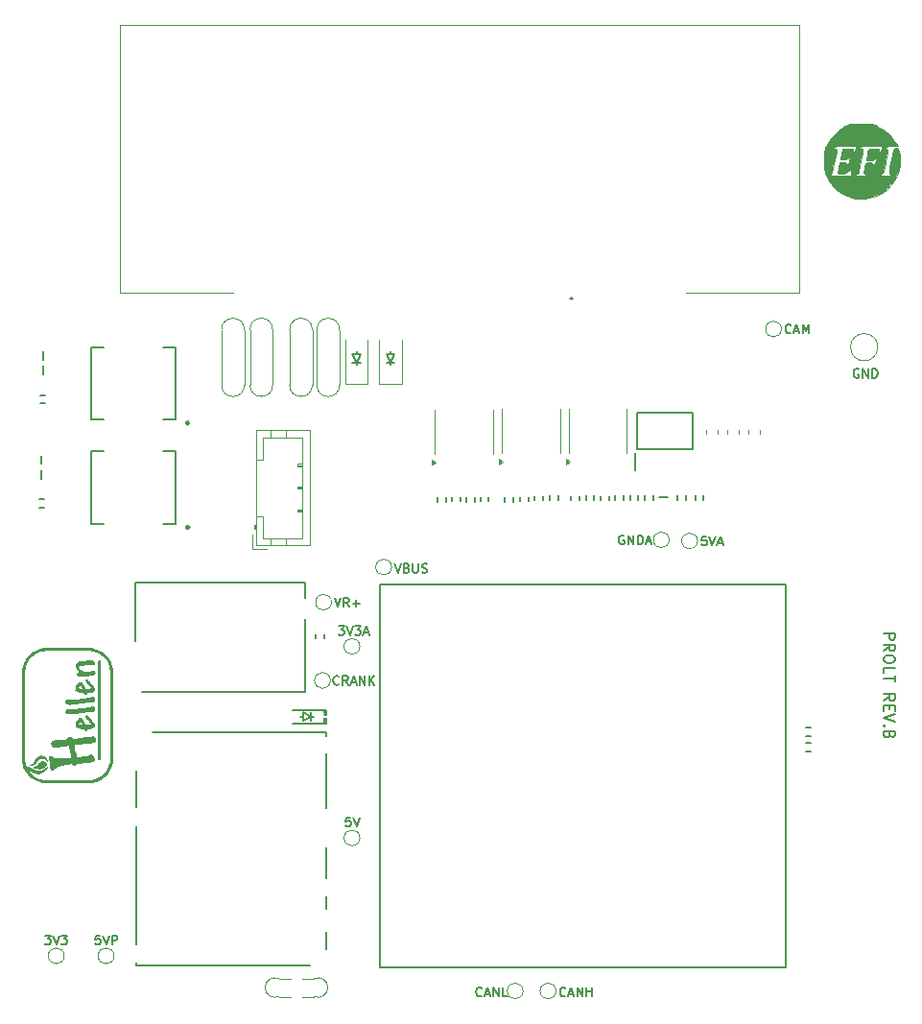
<source format=gto>
G04 #@! TF.GenerationSoftware,KiCad,Pcbnew,8.0.9-8.0.9-0~ubuntu24.04.1*
G04 #@! TF.CreationDate,2025-09-04T03:17:17+00:00*
G04 #@! TF.ProjectId,PROLT,50524f4c-542e-46b6-9963-61645f706362,rev?*
G04 #@! TF.SameCoordinates,Original*
G04 #@! TF.FileFunction,Legend,Top*
G04 #@! TF.FilePolarity,Positive*
%FSLAX46Y46*%
G04 Gerber Fmt 4.6, Leading zero omitted, Abs format (unit mm)*
G04 Created by KiCad (PCBNEW 8.0.9-8.0.9-0~ubuntu24.04.1) date 2025-09-04 03:17:17*
%MOMM*%
%LPD*%
G01*
G04 APERTURE LIST*
%ADD10C,0.150000*%
%ADD11C,0.203200*%
%ADD12C,0.120000*%
%ADD13C,0.200000*%
%ADD14C,0.250000*%
%ADD15C,0.170000*%
%ADD16C,0.100000*%
%ADD17C,0.099060*%
%ADD18C,0.002540*%
%ADD19C,0.000000*%
G04 APERTURE END LIST*
D10*
X29312969Y33805705D02*
X29808207Y33805705D01*
X29808207Y33805705D02*
X29541541Y33500943D01*
X29541541Y33500943D02*
X29655826Y33500943D01*
X29655826Y33500943D02*
X29732017Y33462848D01*
X29732017Y33462848D02*
X29770112Y33424753D01*
X29770112Y33424753D02*
X29808207Y33348562D01*
X29808207Y33348562D02*
X29808207Y33158086D01*
X29808207Y33158086D02*
X29770112Y33081896D01*
X29770112Y33081896D02*
X29732017Y33043800D01*
X29732017Y33043800D02*
X29655826Y33005705D01*
X29655826Y33005705D02*
X29427255Y33005705D01*
X29427255Y33005705D02*
X29351064Y33043800D01*
X29351064Y33043800D02*
X29312969Y33081896D01*
X30036779Y33805705D02*
X30303446Y33005705D01*
X30303446Y33005705D02*
X30570112Y33805705D01*
X30760588Y33805705D02*
X31255826Y33805705D01*
X31255826Y33805705D02*
X30989160Y33500943D01*
X30989160Y33500943D02*
X31103445Y33500943D01*
X31103445Y33500943D02*
X31179636Y33462848D01*
X31179636Y33462848D02*
X31217731Y33424753D01*
X31217731Y33424753D02*
X31255826Y33348562D01*
X31255826Y33348562D02*
X31255826Y33158086D01*
X31255826Y33158086D02*
X31217731Y33081896D01*
X31217731Y33081896D02*
X31179636Y33043800D01*
X31179636Y33043800D02*
X31103445Y33005705D01*
X31103445Y33005705D02*
X30874874Y33005705D01*
X30874874Y33005705D02*
X30798683Y33043800D01*
X30798683Y33043800D02*
X30760588Y33081896D01*
X31560588Y33234277D02*
X31941541Y33234277D01*
X31484398Y33005705D02*
X31751065Y33805705D01*
X31751065Y33805705D02*
X32017731Y33005705D01*
X49346303Y1181896D02*
X49308207Y1143800D01*
X49308207Y1143800D02*
X49193922Y1105705D01*
X49193922Y1105705D02*
X49117731Y1105705D01*
X49117731Y1105705D02*
X49003445Y1143800D01*
X49003445Y1143800D02*
X48927255Y1219991D01*
X48927255Y1219991D02*
X48889160Y1296181D01*
X48889160Y1296181D02*
X48851064Y1448562D01*
X48851064Y1448562D02*
X48851064Y1562848D01*
X48851064Y1562848D02*
X48889160Y1715229D01*
X48889160Y1715229D02*
X48927255Y1791420D01*
X48927255Y1791420D02*
X49003445Y1867610D01*
X49003445Y1867610D02*
X49117731Y1905705D01*
X49117731Y1905705D02*
X49193922Y1905705D01*
X49193922Y1905705D02*
X49308207Y1867610D01*
X49308207Y1867610D02*
X49346303Y1829515D01*
X49651064Y1334277D02*
X50032017Y1334277D01*
X49574874Y1105705D02*
X49841541Y1905705D01*
X49841541Y1905705D02*
X50108207Y1105705D01*
X50374874Y1105705D02*
X50374874Y1905705D01*
X50374874Y1905705D02*
X50832017Y1105705D01*
X50832017Y1105705D02*
X50832017Y1905705D01*
X51212969Y1105705D02*
X51212969Y1905705D01*
X51212969Y1524753D02*
X51670112Y1524753D01*
X51670112Y1105705D02*
X51670112Y1905705D01*
X8270112Y6505705D02*
X7889160Y6505705D01*
X7889160Y6505705D02*
X7851064Y6124753D01*
X7851064Y6124753D02*
X7889160Y6162848D01*
X7889160Y6162848D02*
X7965350Y6200943D01*
X7965350Y6200943D02*
X8155826Y6200943D01*
X8155826Y6200943D02*
X8232017Y6162848D01*
X8232017Y6162848D02*
X8270112Y6124753D01*
X8270112Y6124753D02*
X8308207Y6048562D01*
X8308207Y6048562D02*
X8308207Y5858086D01*
X8308207Y5858086D02*
X8270112Y5781896D01*
X8270112Y5781896D02*
X8232017Y5743800D01*
X8232017Y5743800D02*
X8155826Y5705705D01*
X8155826Y5705705D02*
X7965350Y5705705D01*
X7965350Y5705705D02*
X7889160Y5743800D01*
X7889160Y5743800D02*
X7851064Y5781896D01*
X8536779Y6505705D02*
X8803446Y5705705D01*
X8803446Y5705705D02*
X9070112Y6505705D01*
X9336779Y5705705D02*
X9336779Y6505705D01*
X9336779Y6505705D02*
X9641541Y6505705D01*
X9641541Y6505705D02*
X9717731Y6467610D01*
X9717731Y6467610D02*
X9755826Y6429515D01*
X9755826Y6429515D02*
X9793922Y6353324D01*
X9793922Y6353324D02*
X9793922Y6239039D01*
X9793922Y6239039D02*
X9755826Y6162848D01*
X9755826Y6162848D02*
X9717731Y6124753D01*
X9717731Y6124753D02*
X9641541Y6086658D01*
X9641541Y6086658D02*
X9336779Y6086658D01*
X75208207Y56467610D02*
X75132017Y56505705D01*
X75132017Y56505705D02*
X75017731Y56505705D01*
X75017731Y56505705D02*
X74903445Y56467610D01*
X74903445Y56467610D02*
X74827255Y56391420D01*
X74827255Y56391420D02*
X74789160Y56315229D01*
X74789160Y56315229D02*
X74751064Y56162848D01*
X74751064Y56162848D02*
X74751064Y56048562D01*
X74751064Y56048562D02*
X74789160Y55896181D01*
X74789160Y55896181D02*
X74827255Y55819991D01*
X74827255Y55819991D02*
X74903445Y55743800D01*
X74903445Y55743800D02*
X75017731Y55705705D01*
X75017731Y55705705D02*
X75093922Y55705705D01*
X75093922Y55705705D02*
X75208207Y55743800D01*
X75208207Y55743800D02*
X75246303Y55781896D01*
X75246303Y55781896D02*
X75246303Y56048562D01*
X75246303Y56048562D02*
X75093922Y56048562D01*
X75589160Y55705705D02*
X75589160Y56505705D01*
X75589160Y56505705D02*
X76046303Y55705705D01*
X76046303Y55705705D02*
X76046303Y56505705D01*
X76427255Y55705705D02*
X76427255Y56505705D01*
X76427255Y56505705D02*
X76617731Y56505705D01*
X76617731Y56505705D02*
X76732017Y56467610D01*
X76732017Y56467610D02*
X76808207Y56391420D01*
X76808207Y56391420D02*
X76846302Y56315229D01*
X76846302Y56315229D02*
X76884398Y56162848D01*
X76884398Y56162848D02*
X76884398Y56048562D01*
X76884398Y56048562D02*
X76846302Y55896181D01*
X76846302Y55896181D02*
X76808207Y55819991D01*
X76808207Y55819991D02*
X76732017Y55743800D01*
X76732017Y55743800D02*
X76617731Y55705705D01*
X76617731Y55705705D02*
X76427255Y55705705D01*
X61770112Y41705705D02*
X61389160Y41705705D01*
X61389160Y41705705D02*
X61351064Y41324753D01*
X61351064Y41324753D02*
X61389160Y41362848D01*
X61389160Y41362848D02*
X61465350Y41400943D01*
X61465350Y41400943D02*
X61655826Y41400943D01*
X61655826Y41400943D02*
X61732017Y41362848D01*
X61732017Y41362848D02*
X61770112Y41324753D01*
X61770112Y41324753D02*
X61808207Y41248562D01*
X61808207Y41248562D02*
X61808207Y41058086D01*
X61808207Y41058086D02*
X61770112Y40981896D01*
X61770112Y40981896D02*
X61732017Y40943800D01*
X61732017Y40943800D02*
X61655826Y40905705D01*
X61655826Y40905705D02*
X61465350Y40905705D01*
X61465350Y40905705D02*
X61389160Y40943800D01*
X61389160Y40943800D02*
X61351064Y40981896D01*
X62036779Y41705705D02*
X62303446Y40905705D01*
X62303446Y40905705D02*
X62570112Y41705705D01*
X62798683Y41134277D02*
X63179636Y41134277D01*
X62722493Y40905705D02*
X62989160Y41705705D01*
X62989160Y41705705D02*
X63255826Y40905705D01*
X77430180Y33163221D02*
X78430180Y33163221D01*
X78430180Y33163221D02*
X78430180Y32782269D01*
X78430180Y32782269D02*
X78382561Y32687031D01*
X78382561Y32687031D02*
X78334942Y32639412D01*
X78334942Y32639412D02*
X78239704Y32591793D01*
X78239704Y32591793D02*
X78096847Y32591793D01*
X78096847Y32591793D02*
X78001609Y32639412D01*
X78001609Y32639412D02*
X77953990Y32687031D01*
X77953990Y32687031D02*
X77906371Y32782269D01*
X77906371Y32782269D02*
X77906371Y33163221D01*
X77430180Y31591793D02*
X77906371Y31925126D01*
X77430180Y32163221D02*
X78430180Y32163221D01*
X78430180Y32163221D02*
X78430180Y31782269D01*
X78430180Y31782269D02*
X78382561Y31687031D01*
X78382561Y31687031D02*
X78334942Y31639412D01*
X78334942Y31639412D02*
X78239704Y31591793D01*
X78239704Y31591793D02*
X78096847Y31591793D01*
X78096847Y31591793D02*
X78001609Y31639412D01*
X78001609Y31639412D02*
X77953990Y31687031D01*
X77953990Y31687031D02*
X77906371Y31782269D01*
X77906371Y31782269D02*
X77906371Y32163221D01*
X78430180Y30972745D02*
X78430180Y30782269D01*
X78430180Y30782269D02*
X78382561Y30687031D01*
X78382561Y30687031D02*
X78287323Y30591793D01*
X78287323Y30591793D02*
X78096847Y30544174D01*
X78096847Y30544174D02*
X77763514Y30544174D01*
X77763514Y30544174D02*
X77573038Y30591793D01*
X77573038Y30591793D02*
X77477800Y30687031D01*
X77477800Y30687031D02*
X77430180Y30782269D01*
X77430180Y30782269D02*
X77430180Y30972745D01*
X77430180Y30972745D02*
X77477800Y31067983D01*
X77477800Y31067983D02*
X77573038Y31163221D01*
X77573038Y31163221D02*
X77763514Y31210840D01*
X77763514Y31210840D02*
X78096847Y31210840D01*
X78096847Y31210840D02*
X78287323Y31163221D01*
X78287323Y31163221D02*
X78382561Y31067983D01*
X78382561Y31067983D02*
X78430180Y30972745D01*
X77430180Y29639412D02*
X77430180Y30115602D01*
X77430180Y30115602D02*
X78430180Y30115602D01*
X78430180Y29448935D02*
X78430180Y28877507D01*
X77430180Y29163221D02*
X78430180Y29163221D01*
X77430180Y27210840D02*
X77906371Y27544173D01*
X77430180Y27782268D02*
X78430180Y27782268D01*
X78430180Y27782268D02*
X78430180Y27401316D01*
X78430180Y27401316D02*
X78382561Y27306078D01*
X78382561Y27306078D02*
X78334942Y27258459D01*
X78334942Y27258459D02*
X78239704Y27210840D01*
X78239704Y27210840D02*
X78096847Y27210840D01*
X78096847Y27210840D02*
X78001609Y27258459D01*
X78001609Y27258459D02*
X77953990Y27306078D01*
X77953990Y27306078D02*
X77906371Y27401316D01*
X77906371Y27401316D02*
X77906371Y27782268D01*
X77953990Y26782268D02*
X77953990Y26448935D01*
X77430180Y26306078D02*
X77430180Y26782268D01*
X77430180Y26782268D02*
X78430180Y26782268D01*
X78430180Y26782268D02*
X78430180Y26306078D01*
X78430180Y26020363D02*
X77430180Y25687030D01*
X77430180Y25687030D02*
X78430180Y25353697D01*
X77525419Y25020363D02*
X77477800Y24972744D01*
X77477800Y24972744D02*
X77430180Y25020363D01*
X77430180Y25020363D02*
X77477800Y25067982D01*
X77477800Y25067982D02*
X77525419Y25020363D01*
X77525419Y25020363D02*
X77430180Y25020363D01*
X77953990Y24210840D02*
X77906371Y24067983D01*
X77906371Y24067983D02*
X77858752Y24020364D01*
X77858752Y24020364D02*
X77763514Y23972745D01*
X77763514Y23972745D02*
X77620657Y23972745D01*
X77620657Y23972745D02*
X77525419Y24020364D01*
X77525419Y24020364D02*
X77477800Y24067983D01*
X77477800Y24067983D02*
X77430180Y24163221D01*
X77430180Y24163221D02*
X77430180Y24544173D01*
X77430180Y24544173D02*
X78430180Y24544173D01*
X78430180Y24544173D02*
X78430180Y24210840D01*
X78430180Y24210840D02*
X78382561Y24115602D01*
X78382561Y24115602D02*
X78334942Y24067983D01*
X78334942Y24067983D02*
X78239704Y24020364D01*
X78239704Y24020364D02*
X78144466Y24020364D01*
X78144466Y24020364D02*
X78049228Y24067983D01*
X78049228Y24067983D02*
X78001609Y24115602D01*
X78001609Y24115602D02*
X77953990Y24210840D01*
X77953990Y24210840D02*
X77953990Y24544173D01*
X69246303Y59681896D02*
X69208207Y59643800D01*
X69208207Y59643800D02*
X69093922Y59605705D01*
X69093922Y59605705D02*
X69017731Y59605705D01*
X69017731Y59605705D02*
X68903445Y59643800D01*
X68903445Y59643800D02*
X68827255Y59719991D01*
X68827255Y59719991D02*
X68789160Y59796181D01*
X68789160Y59796181D02*
X68751064Y59948562D01*
X68751064Y59948562D02*
X68751064Y60062848D01*
X68751064Y60062848D02*
X68789160Y60215229D01*
X68789160Y60215229D02*
X68827255Y60291420D01*
X68827255Y60291420D02*
X68903445Y60367610D01*
X68903445Y60367610D02*
X69017731Y60405705D01*
X69017731Y60405705D02*
X69093922Y60405705D01*
X69093922Y60405705D02*
X69208207Y60367610D01*
X69208207Y60367610D02*
X69246303Y60329515D01*
X69551064Y59834277D02*
X69932017Y59834277D01*
X69474874Y59605705D02*
X69741541Y60405705D01*
X69741541Y60405705D02*
X70008207Y59605705D01*
X70274874Y59605705D02*
X70274874Y60405705D01*
X70274874Y60405705D02*
X70541540Y59834277D01*
X70541540Y59834277D02*
X70808207Y60405705D01*
X70808207Y60405705D02*
X70808207Y59605705D01*
X29346303Y28681896D02*
X29308207Y28643800D01*
X29308207Y28643800D02*
X29193922Y28605705D01*
X29193922Y28605705D02*
X29117731Y28605705D01*
X29117731Y28605705D02*
X29003445Y28643800D01*
X29003445Y28643800D02*
X28927255Y28719991D01*
X28927255Y28719991D02*
X28889160Y28796181D01*
X28889160Y28796181D02*
X28851064Y28948562D01*
X28851064Y28948562D02*
X28851064Y29062848D01*
X28851064Y29062848D02*
X28889160Y29215229D01*
X28889160Y29215229D02*
X28927255Y29291420D01*
X28927255Y29291420D02*
X29003445Y29367610D01*
X29003445Y29367610D02*
X29117731Y29405705D01*
X29117731Y29405705D02*
X29193922Y29405705D01*
X29193922Y29405705D02*
X29308207Y29367610D01*
X29308207Y29367610D02*
X29346303Y29329515D01*
X30146303Y28605705D02*
X29879636Y28986658D01*
X29689160Y28605705D02*
X29689160Y29405705D01*
X29689160Y29405705D02*
X29993922Y29405705D01*
X29993922Y29405705D02*
X30070112Y29367610D01*
X30070112Y29367610D02*
X30108207Y29329515D01*
X30108207Y29329515D02*
X30146303Y29253324D01*
X30146303Y29253324D02*
X30146303Y29139039D01*
X30146303Y29139039D02*
X30108207Y29062848D01*
X30108207Y29062848D02*
X30070112Y29024753D01*
X30070112Y29024753D02*
X29993922Y28986658D01*
X29993922Y28986658D02*
X29689160Y28986658D01*
X30451064Y28834277D02*
X30832017Y28834277D01*
X30374874Y28605705D02*
X30641541Y29405705D01*
X30641541Y29405705D02*
X30908207Y28605705D01*
X31174874Y28605705D02*
X31174874Y29405705D01*
X31174874Y29405705D02*
X31632017Y28605705D01*
X31632017Y28605705D02*
X31632017Y29405705D01*
X32012969Y28605705D02*
X32012969Y29405705D01*
X32470112Y28605705D02*
X32127254Y29062848D01*
X32470112Y29405705D02*
X32012969Y28948562D01*
X28974874Y36305705D02*
X29241541Y35505705D01*
X29241541Y35505705D02*
X29508207Y36305705D01*
X30232017Y35505705D02*
X29965350Y35886658D01*
X29774874Y35505705D02*
X29774874Y36305705D01*
X29774874Y36305705D02*
X30079636Y36305705D01*
X30079636Y36305705D02*
X30155826Y36267610D01*
X30155826Y36267610D02*
X30193921Y36229515D01*
X30193921Y36229515D02*
X30232017Y36153324D01*
X30232017Y36153324D02*
X30232017Y36039039D01*
X30232017Y36039039D02*
X30193921Y35962848D01*
X30193921Y35962848D02*
X30155826Y35924753D01*
X30155826Y35924753D02*
X30079636Y35886658D01*
X30079636Y35886658D02*
X29774874Y35886658D01*
X30574874Y35810467D02*
X31184398Y35810467D01*
X30879636Y35505705D02*
X30879636Y36115229D01*
X3412969Y6505705D02*
X3908207Y6505705D01*
X3908207Y6505705D02*
X3641541Y6200943D01*
X3641541Y6200943D02*
X3755826Y6200943D01*
X3755826Y6200943D02*
X3832017Y6162848D01*
X3832017Y6162848D02*
X3870112Y6124753D01*
X3870112Y6124753D02*
X3908207Y6048562D01*
X3908207Y6048562D02*
X3908207Y5858086D01*
X3908207Y5858086D02*
X3870112Y5781896D01*
X3870112Y5781896D02*
X3832017Y5743800D01*
X3832017Y5743800D02*
X3755826Y5705705D01*
X3755826Y5705705D02*
X3527255Y5705705D01*
X3527255Y5705705D02*
X3451064Y5743800D01*
X3451064Y5743800D02*
X3412969Y5781896D01*
X4136779Y6505705D02*
X4403446Y5705705D01*
X4403446Y5705705D02*
X4670112Y6505705D01*
X4860588Y6505705D02*
X5355826Y6505705D01*
X5355826Y6505705D02*
X5089160Y6200943D01*
X5089160Y6200943D02*
X5203445Y6200943D01*
X5203445Y6200943D02*
X5279636Y6162848D01*
X5279636Y6162848D02*
X5317731Y6124753D01*
X5317731Y6124753D02*
X5355826Y6048562D01*
X5355826Y6048562D02*
X5355826Y5858086D01*
X5355826Y5858086D02*
X5317731Y5781896D01*
X5317731Y5781896D02*
X5279636Y5743800D01*
X5279636Y5743800D02*
X5203445Y5705705D01*
X5203445Y5705705D02*
X4974874Y5705705D01*
X4974874Y5705705D02*
X4898683Y5743800D01*
X4898683Y5743800D02*
X4860588Y5781896D01*
X54508207Y41767610D02*
X54432017Y41805705D01*
X54432017Y41805705D02*
X54317731Y41805705D01*
X54317731Y41805705D02*
X54203445Y41767610D01*
X54203445Y41767610D02*
X54127255Y41691420D01*
X54127255Y41691420D02*
X54089160Y41615229D01*
X54089160Y41615229D02*
X54051064Y41462848D01*
X54051064Y41462848D02*
X54051064Y41348562D01*
X54051064Y41348562D02*
X54089160Y41196181D01*
X54089160Y41196181D02*
X54127255Y41119991D01*
X54127255Y41119991D02*
X54203445Y41043800D01*
X54203445Y41043800D02*
X54317731Y41005705D01*
X54317731Y41005705D02*
X54393922Y41005705D01*
X54393922Y41005705D02*
X54508207Y41043800D01*
X54508207Y41043800D02*
X54546303Y41081896D01*
X54546303Y41081896D02*
X54546303Y41348562D01*
X54546303Y41348562D02*
X54393922Y41348562D01*
X54889160Y41005705D02*
X54889160Y41805705D01*
X54889160Y41805705D02*
X55346303Y41005705D01*
X55346303Y41005705D02*
X55346303Y41805705D01*
X55727255Y41005705D02*
X55727255Y41805705D01*
X55727255Y41805705D02*
X55917731Y41805705D01*
X55917731Y41805705D02*
X56032017Y41767610D01*
X56032017Y41767610D02*
X56108207Y41691420D01*
X56108207Y41691420D02*
X56146302Y41615229D01*
X56146302Y41615229D02*
X56184398Y41462848D01*
X56184398Y41462848D02*
X56184398Y41348562D01*
X56184398Y41348562D02*
X56146302Y41196181D01*
X56146302Y41196181D02*
X56108207Y41119991D01*
X56108207Y41119991D02*
X56032017Y41043800D01*
X56032017Y41043800D02*
X55917731Y41005705D01*
X55917731Y41005705D02*
X55727255Y41005705D01*
X56489159Y41234277D02*
X56870112Y41234277D01*
X56412969Y41005705D02*
X56679636Y41805705D01*
X56679636Y41805705D02*
X56946302Y41005705D01*
X34274874Y39305705D02*
X34541541Y38505705D01*
X34541541Y38505705D02*
X34808207Y39305705D01*
X35341540Y38924753D02*
X35455826Y38886658D01*
X35455826Y38886658D02*
X35493921Y38848562D01*
X35493921Y38848562D02*
X35532017Y38772372D01*
X35532017Y38772372D02*
X35532017Y38658086D01*
X35532017Y38658086D02*
X35493921Y38581896D01*
X35493921Y38581896D02*
X35455826Y38543800D01*
X35455826Y38543800D02*
X35379636Y38505705D01*
X35379636Y38505705D02*
X35074874Y38505705D01*
X35074874Y38505705D02*
X35074874Y39305705D01*
X35074874Y39305705D02*
X35341540Y39305705D01*
X35341540Y39305705D02*
X35417731Y39267610D01*
X35417731Y39267610D02*
X35455826Y39229515D01*
X35455826Y39229515D02*
X35493921Y39153324D01*
X35493921Y39153324D02*
X35493921Y39077134D01*
X35493921Y39077134D02*
X35455826Y39000943D01*
X35455826Y39000943D02*
X35417731Y38962848D01*
X35417731Y38962848D02*
X35341540Y38924753D01*
X35341540Y38924753D02*
X35074874Y38924753D01*
X35874874Y39305705D02*
X35874874Y38658086D01*
X35874874Y38658086D02*
X35912969Y38581896D01*
X35912969Y38581896D02*
X35951064Y38543800D01*
X35951064Y38543800D02*
X36027255Y38505705D01*
X36027255Y38505705D02*
X36179636Y38505705D01*
X36179636Y38505705D02*
X36255826Y38543800D01*
X36255826Y38543800D02*
X36293921Y38581896D01*
X36293921Y38581896D02*
X36332017Y38658086D01*
X36332017Y38658086D02*
X36332017Y39305705D01*
X36674873Y38543800D02*
X36789159Y38505705D01*
X36789159Y38505705D02*
X36979635Y38505705D01*
X36979635Y38505705D02*
X37055826Y38543800D01*
X37055826Y38543800D02*
X37093921Y38581896D01*
X37093921Y38581896D02*
X37132016Y38658086D01*
X37132016Y38658086D02*
X37132016Y38734277D01*
X37132016Y38734277D02*
X37093921Y38810467D01*
X37093921Y38810467D02*
X37055826Y38848562D01*
X37055826Y38848562D02*
X36979635Y38886658D01*
X36979635Y38886658D02*
X36827254Y38924753D01*
X36827254Y38924753D02*
X36751064Y38962848D01*
X36751064Y38962848D02*
X36712969Y39000943D01*
X36712969Y39000943D02*
X36674873Y39077134D01*
X36674873Y39077134D02*
X36674873Y39153324D01*
X36674873Y39153324D02*
X36712969Y39229515D01*
X36712969Y39229515D02*
X36751064Y39267610D01*
X36751064Y39267610D02*
X36827254Y39305705D01*
X36827254Y39305705D02*
X37017731Y39305705D01*
X37017731Y39305705D02*
X37132016Y39267610D01*
X41946303Y1181896D02*
X41908207Y1143800D01*
X41908207Y1143800D02*
X41793922Y1105705D01*
X41793922Y1105705D02*
X41717731Y1105705D01*
X41717731Y1105705D02*
X41603445Y1143800D01*
X41603445Y1143800D02*
X41527255Y1219991D01*
X41527255Y1219991D02*
X41489160Y1296181D01*
X41489160Y1296181D02*
X41451064Y1448562D01*
X41451064Y1448562D02*
X41451064Y1562848D01*
X41451064Y1562848D02*
X41489160Y1715229D01*
X41489160Y1715229D02*
X41527255Y1791420D01*
X41527255Y1791420D02*
X41603445Y1867610D01*
X41603445Y1867610D02*
X41717731Y1905705D01*
X41717731Y1905705D02*
X41793922Y1905705D01*
X41793922Y1905705D02*
X41908207Y1867610D01*
X41908207Y1867610D02*
X41946303Y1829515D01*
X42251064Y1334277D02*
X42632017Y1334277D01*
X42174874Y1105705D02*
X42441541Y1905705D01*
X42441541Y1905705D02*
X42708207Y1105705D01*
X42974874Y1105705D02*
X42974874Y1905705D01*
X42974874Y1905705D02*
X43432017Y1105705D01*
X43432017Y1105705D02*
X43432017Y1905705D01*
X44193921Y1105705D02*
X43812969Y1105705D01*
X43812969Y1105705D02*
X43812969Y1905705D01*
X30370112Y16905705D02*
X29989160Y16905705D01*
X29989160Y16905705D02*
X29951064Y16524753D01*
X29951064Y16524753D02*
X29989160Y16562848D01*
X29989160Y16562848D02*
X30065350Y16600943D01*
X30065350Y16600943D02*
X30255826Y16600943D01*
X30255826Y16600943D02*
X30332017Y16562848D01*
X30332017Y16562848D02*
X30370112Y16524753D01*
X30370112Y16524753D02*
X30408207Y16448562D01*
X30408207Y16448562D02*
X30408207Y16258086D01*
X30408207Y16258086D02*
X30370112Y16181896D01*
X30370112Y16181896D02*
X30332017Y16143800D01*
X30332017Y16143800D02*
X30255826Y16105705D01*
X30255826Y16105705D02*
X30065350Y16105705D01*
X30065350Y16105705D02*
X29989160Y16143800D01*
X29989160Y16143800D02*
X29951064Y16181896D01*
X30636779Y16905705D02*
X30903446Y16105705D01*
X30903446Y16105705D02*
X31170112Y16905705D01*
D11*
G04 #@! TO.C,R9*
X38065005Y44773405D02*
X38065015Y45173405D01*
X38810840Y44772349D02*
X38810851Y45172348D01*
D12*
G04 #@! TO.C,TP1*
X28700000Y35900000D02*
G75*
G02*
X27300000Y35900000I-700000J0D01*
G01*
X27300000Y35900000D02*
G75*
G02*
X28700000Y35900000I700000J0D01*
G01*
D13*
G04 #@! TO.C,C1*
X57615014Y45150000D02*
X58364999Y45150000D01*
D11*
G04 #@! TO.C,R20*
X53729160Y45301056D02*
X53729149Y44901057D01*
X54474995Y45300000D02*
X54474985Y44900000D01*
D13*
G04 #@! TO.C,C26*
X3109999Y48849986D02*
X3109999Y48100001D01*
D11*
G04 #@! TO.C,R15*
X71000000Y22725005D02*
X70600000Y22725015D01*
X71001056Y23470840D02*
X70601057Y23470851D01*
G04 #@! TO.C,R19*
X51129160Y45301056D02*
X51129149Y44901057D01*
X51874995Y45300000D02*
X51874985Y44900000D01*
D12*
G04 #@! TO.C,F7*
X27400000Y59900000D02*
X27400000Y55050000D01*
X29400000Y59900000D02*
X29400000Y55050000D01*
X27400000Y59950000D02*
G75*
G02*
X29400000Y59950000I1000000J0D01*
G01*
X29400000Y55050000D02*
G75*
G02*
X27400000Y55050000I-1000000J0D01*
G01*
G04 #@! TO.C,TP11*
X5100000Y4700000D02*
G75*
G02*
X3700000Y4700000I-700000J0D01*
G01*
X3700000Y4700000D02*
G75*
G02*
X5100000Y4700000I700000J0D01*
G01*
G04 #@! TO.C,U3*
X49640000Y51000000D02*
X49640000Y52950000D01*
X49640000Y51000000D02*
X49640000Y49050000D01*
X54760000Y51000000D02*
X54760000Y52950000D01*
X54760000Y51000000D02*
X54760000Y49050000D01*
X49735000Y48300000D02*
X49405000Y48060000D01*
X49405000Y48540000D01*
X49735000Y48300000D01*
G36*
X49735000Y48300000D02*
G01*
X49405000Y48060000D01*
X49405000Y48540000D01*
X49735000Y48300000D01*
G37*
D13*
G04 #@! TO.C,IC1*
X55520000Y47550000D02*
X55520000Y49075000D01*
X55650000Y52625000D02*
X60550000Y52625000D01*
X55650000Y49425000D02*
X55650000Y52625000D01*
X60550000Y52625000D02*
X60550000Y49425000D01*
X60550000Y49425000D02*
X55650000Y49425000D01*
D11*
G04 #@! TO.C,R12*
X3300000Y44225005D02*
X2900000Y44225015D01*
X3301056Y44970840D02*
X2901057Y44970851D01*
D13*
G04 #@! TO.C,C13*
X3209999Y58049986D02*
X3209999Y57300001D01*
D11*
G04 #@! TO.C,R14*
X70598944Y24129160D02*
X70998943Y24129149D01*
X70600000Y24874995D02*
X71000000Y24874985D01*
D12*
G04 #@! TO.C,TP9*
X9500000Y4700000D02*
G75*
G02*
X8100000Y4700000I-700000J0D01*
G01*
X8100000Y4700000D02*
G75*
G02*
X9500000Y4700000I700000J0D01*
G01*
D13*
G04 #@! TO.C,IC3*
X7450000Y49200000D02*
X8600000Y49200000D01*
X7450000Y42800000D02*
X7450000Y49200000D01*
X8600000Y42800000D02*
X7450000Y42800000D01*
X13800000Y49200000D02*
X14950000Y49200000D01*
X14950000Y49200000D02*
X14950000Y42800000D01*
X14950000Y42800000D02*
X13800000Y42800000D01*
D14*
X16125000Y42500000D02*
G75*
G02*
X15875000Y42500000I-125000J0D01*
G01*
X15875000Y42500000D02*
G75*
G02*
X16125000Y42500000I125000J0D01*
G01*
D15*
G04 #@! TO.C,D3*
X26198502Y26162502D02*
X26198502Y25462502D01*
X26198502Y25812502D02*
X25898502Y25812502D01*
X26898502Y26162502D02*
X26898502Y25462502D01*
X26898502Y25812502D02*
X26198502Y26162502D01*
X26898502Y25812502D02*
X26198502Y25462502D01*
X27098502Y25812502D02*
X26898502Y25812502D01*
D10*
X28098502Y26362502D02*
X28099499Y25966497D01*
X28098502Y25658507D02*
X28098502Y25212502D01*
X28226499Y26387497D02*
X25298502Y26387497D01*
X28226499Y26387497D02*
X28226499Y25966497D01*
X28226499Y26066502D02*
X28098502Y26066502D01*
X28226499Y25658507D02*
X28226499Y25212502D01*
X28226499Y25558502D02*
X28099499Y25558502D01*
X28226499Y25212502D02*
X25298501Y25212502D01*
D12*
G04 #@! TO.C,TP14*
X58500000Y41400000D02*
G75*
G02*
X57100000Y41400000I-700000J0D01*
G01*
X57100000Y41400000D02*
G75*
G02*
X58500000Y41400000I700000J0D01*
G01*
D13*
G04 #@! TO.C,C27*
X3109999Y47549986D02*
X3109999Y46800001D01*
D11*
G04 #@! TO.C,R13*
X27325005Y32700000D02*
X27325015Y33100000D01*
X28070840Y32698944D02*
X28070851Y33098943D01*
D12*
G04 #@! TO.C,J2*
X21740000Y41890000D02*
X21740000Y40640000D01*
X21740000Y40640000D02*
X22990000Y40640000D01*
X21840000Y42700000D02*
X21840000Y42400000D01*
X21840000Y42400000D02*
X22040000Y42400000D01*
X21940000Y42700000D02*
X21940000Y42400000D01*
X22040000Y51060000D02*
X22040000Y40940000D01*
X22040000Y43500000D02*
X22650000Y43500000D01*
X22040000Y42700000D02*
X21840000Y42700000D01*
X22040000Y40940000D02*
X26760000Y40940000D01*
X22650000Y50450000D02*
X22650000Y48500000D01*
X22650000Y48500000D02*
X22040000Y48500000D01*
X22650000Y43500000D02*
X22650000Y41550000D01*
X22650000Y41550000D02*
X26150000Y41550000D01*
X23350000Y51060000D02*
X23350000Y50450000D01*
X23350000Y40940000D02*
X23350000Y41550000D01*
X24650000Y51060000D02*
X24650000Y50450000D01*
X24650000Y40940000D02*
X24650000Y41550000D01*
X25650000Y48100000D02*
X26150000Y48100000D01*
X25650000Y47900000D02*
X25650000Y48100000D01*
X25650000Y46100000D02*
X26150000Y46100000D01*
X25650000Y45900000D02*
X25650000Y46100000D01*
X25650000Y44100000D02*
X26150000Y44100000D01*
X25650000Y43900000D02*
X25650000Y44100000D01*
X26150000Y50450000D02*
X22650000Y50450000D01*
X26150000Y48000000D02*
X25650000Y48000000D01*
X26150000Y47900000D02*
X25650000Y47900000D01*
X26150000Y46000000D02*
X25650000Y46000000D01*
X26150000Y45900000D02*
X25650000Y45900000D01*
X26150000Y44000000D02*
X25650000Y44000000D01*
X26150000Y43900000D02*
X25650000Y43900000D01*
X26150000Y41550000D02*
X26150000Y50450000D01*
X26760000Y51060000D02*
X22040000Y51060000D01*
X26760000Y40940000D02*
X26760000Y51060000D01*
D13*
G04 #@! TO.C,M1*
X33000000Y3700000D02*
X33000000Y37500010D01*
X68799990Y37500010D02*
X33000000Y37500010D01*
X68799990Y3700000D02*
X33000000Y3700000D01*
X68799990Y3700000D02*
X68799990Y37500000D01*
D11*
G04 #@! TO.C,R4*
X52425005Y44875000D02*
X52425015Y45275000D01*
X53170840Y44873944D02*
X53170851Y45273943D01*
D12*
G04 #@! TO.C,TP3*
X28600000Y29000000D02*
G75*
G02*
X27200000Y29000000I-700000J0D01*
G01*
X27200000Y29000000D02*
G75*
G02*
X28600000Y29000000I700000J0D01*
G01*
D11*
G04 #@! TO.C,R5*
X55025005Y44925000D02*
X55025015Y45325000D01*
X55770840Y44923944D02*
X55770851Y45323943D01*
G04 #@! TO.C,R1*
X44005005Y44775000D02*
X44005015Y45175000D01*
X44750840Y44773944D02*
X44750851Y45173943D01*
G04 #@! TO.C,R21*
X39329160Y45201056D02*
X39329149Y44801057D01*
X40074995Y45200000D02*
X40074985Y44800000D01*
D12*
G04 #@! TO.C,TP12*
X31200000Y32000000D02*
G75*
G02*
X29800000Y32000000I-700000J0D01*
G01*
X29800000Y32000000D02*
G75*
G02*
X31200000Y32000000I700000J0D01*
G01*
D16*
G04 #@! TO.C,J1*
X10000000Y63200000D02*
X20000000Y63200000D01*
X10045000Y86850000D02*
X10000000Y63200000D01*
D13*
X49750000Y62700000D02*
X49750000Y62700000D01*
X49950000Y62700000D02*
X49950000Y62700000D01*
D16*
X60000000Y63200000D02*
X69955000Y63200000D01*
X69955000Y86850000D02*
X10045000Y86850000D01*
X69955000Y63200000D02*
X69955000Y86850000D01*
D13*
X49750000Y62700000D02*
G75*
G02*
X49950000Y62700000I100000J0D01*
G01*
X49950000Y62700000D02*
G75*
G02*
X49750000Y62700000I-100000J0D01*
G01*
G04 #@! TO.C,IC2*
X7450000Y58400000D02*
X8600000Y58400000D01*
X7450000Y52000000D02*
X7450000Y58400000D01*
X8600000Y52000000D02*
X7450000Y52000000D01*
X13800000Y58400000D02*
X14950000Y58400000D01*
X14950000Y58400000D02*
X14950000Y52000000D01*
X14950000Y52000000D02*
X13800000Y52000000D01*
D14*
X16125000Y51700000D02*
G75*
G02*
X15875000Y51700000I-125000J0D01*
G01*
X15875000Y51700000D02*
G75*
G02*
X16125000Y51700000I125000J0D01*
G01*
D12*
G04 #@! TO.C,TP5*
X48500000Y1600000D02*
G75*
G02*
X47100000Y1600000I-700000J0D01*
G01*
X47100000Y1600000D02*
G75*
G02*
X48500000Y1600000I700000J0D01*
G01*
G04 #@! TO.C,TP6*
X45600000Y1600000D02*
G75*
G02*
X44200000Y1600000I-700000J0D01*
G01*
X44200000Y1600000D02*
G75*
G02*
X45600000Y1600000I700000J0D01*
G01*
G04 #@! TO.C,TP4*
X68400000Y60000000D02*
G75*
G02*
X67000000Y60000000I-700000J0D01*
G01*
X67000000Y60000000D02*
G75*
G02*
X68400000Y60000000I700000J0D01*
G01*
G04 #@! TO.C,F2*
X63655000Y51100279D02*
X63655000Y50774721D01*
X64675000Y51100279D02*
X64675000Y50774721D01*
G04 #@! TO.C,U4*
X37815000Y50950000D02*
X37815000Y52900000D01*
X37815000Y50950000D02*
X37815000Y49000000D01*
X42935000Y50950000D02*
X42935000Y52900000D01*
X42935000Y50950000D02*
X42935000Y49000000D01*
X37910000Y48250000D02*
X37580000Y48010000D01*
X37580000Y48490000D01*
X37910000Y48250000D01*
G36*
X37910000Y48250000D02*
G01*
X37580000Y48010000D01*
X37580000Y48490000D01*
X37910000Y48250000D01*
G37*
G04 #@! TO.C,F5*
X21500000Y59900000D02*
X21500000Y55050000D01*
X23500000Y59900000D02*
X23500000Y55050000D01*
X21500000Y59950000D02*
G75*
G02*
X23500000Y59950000I1000000J0D01*
G01*
X23500000Y55050000D02*
G75*
G02*
X21500000Y55050000I-1000000J0D01*
G01*
G04 #@! TO.C,TP10*
X61000000Y41300000D02*
G75*
G02*
X59600000Y41300000I-700000J0D01*
G01*
X59600000Y41300000D02*
G75*
G02*
X61000000Y41300000I700000J0D01*
G01*
D11*
G04 #@! TO.C,R18*
X45329160Y45201056D02*
X45329149Y44801057D01*
X46074995Y45200000D02*
X46074985Y44800000D01*
D17*
G04 #@! TO.C,R16*
X24076000Y2700000D02*
X25092000Y2700000D01*
X25092000Y1100000D02*
X24076000Y1100000D01*
X26108000Y2700000D02*
X27124000Y2700000D01*
X27124000Y1100000D02*
X26108000Y1100000D01*
D12*
X24016398Y1096505D02*
G75*
G02*
X24025000Y2700000I-321398J803495D01*
G01*
X27175000Y2700000D02*
G75*
G02*
X27179000Y1098362I330000J-800000D01*
G01*
D11*
G04 #@! TO.C,R11*
X3400000Y53425005D02*
X3000000Y53425015D01*
X3401056Y54170840D02*
X3001057Y54170851D01*
D12*
G04 #@! TO.C,TP8*
X31200000Y15100000D02*
G75*
G02*
X29800000Y15100000I-700000J0D01*
G01*
X29800000Y15100000D02*
G75*
G02*
X31200000Y15100000I700000J0D01*
G01*
G04 #@! TO.C,D2*
X29900000Y55150000D02*
X29900000Y59050000D01*
X29900000Y55150000D02*
X31900000Y55150000D01*
D15*
X30900000Y57750000D02*
X30900000Y58050000D01*
X30900000Y57050000D02*
X30550000Y57750000D01*
X30900000Y57050000D02*
X31250000Y57750000D01*
X30900000Y56850000D02*
X30900000Y57050000D01*
X31250000Y57750000D02*
X30550000Y57750000D01*
X31250000Y57050000D02*
X30550000Y57050000D01*
D12*
X31900000Y55150000D02*
X31900000Y59050000D01*
G04 #@! TO.C,F4*
X19000000Y59900000D02*
X19000000Y55050000D01*
X21000000Y59900000D02*
X21000000Y55050000D01*
X19000000Y59950000D02*
G75*
G02*
X21000000Y59950000I1000000J0D01*
G01*
X21000000Y55050000D02*
G75*
G02*
X19000000Y55050000I-1000000J0D01*
G01*
G04 #@! TO.C,TP7*
X34000000Y39000000D02*
G75*
G02*
X32600000Y39000000I-700000J0D01*
G01*
X32600000Y39000000D02*
G75*
G02*
X34000000Y39000000I700000J0D01*
G01*
G04 #@! TO.C,D1*
X32900000Y55150000D02*
X32900000Y59050000D01*
X32900000Y55150000D02*
X34900000Y55150000D01*
D15*
X33900000Y57750000D02*
X33900000Y58050000D01*
X33900000Y57050000D02*
X33550000Y57750000D01*
X33900000Y57050000D02*
X34250000Y57750000D01*
X33900000Y56850000D02*
X33900000Y57050000D01*
X34250000Y57750000D02*
X33550000Y57750000D01*
X34250000Y57050000D02*
X33550000Y57050000D01*
D12*
X34900000Y55150000D02*
X34900000Y59050000D01*
G04 #@! TO.C,U2*
X43740000Y51000000D02*
X43740000Y52950000D01*
X43740000Y51000000D02*
X43740000Y49050000D01*
X48860000Y51000000D02*
X48860000Y52950000D01*
X48860000Y51000000D02*
X48860000Y49050000D01*
X43835000Y48300000D02*
X43505000Y48060000D01*
X43505000Y48540000D01*
X43835000Y48300000D01*
G36*
X43835000Y48300000D02*
G01*
X43505000Y48060000D01*
X43505000Y48540000D01*
X43835000Y48300000D01*
G37*
G04 #@! TO.C,F3*
X65455000Y51112779D02*
X65455000Y50787221D01*
X66475000Y51112779D02*
X66475000Y50787221D01*
D11*
G04 #@! TO.C,R7*
X60790005Y44950000D02*
X60790015Y45350000D01*
X61535840Y44948944D02*
X61535851Y45348943D01*
G04 #@! TO.C,R8*
X59190005Y44950000D02*
X59190015Y45350000D01*
X59935840Y44948944D02*
X59935851Y45348943D01*
G04 #@! TO.C,R2*
X46605005Y44875000D02*
X46605015Y45275000D01*
X47350840Y44873944D02*
X47350851Y45273943D01*
G04 #@! TO.C,R22*
X41829160Y45201056D02*
X41829149Y44801057D01*
X42574995Y45200000D02*
X42574985Y44800000D01*
D12*
G04 #@! TO.C,F6*
X25000000Y59900000D02*
X25000000Y55050000D01*
X27000000Y59900000D02*
X27000000Y55050000D01*
X25000000Y59950000D02*
G75*
G02*
X27000000Y59950000I1000000J0D01*
G01*
X27000000Y55050000D02*
G75*
G02*
X25000000Y55050000I-1000000J0D01*
G01*
D11*
G04 #@! TO.C,R3*
X49825005Y44875000D02*
X49825015Y45275000D01*
X50570840Y44873944D02*
X50570851Y45273943D01*
D13*
G04 #@! TO.C,C14*
X3209999Y56749986D02*
X3209999Y56000001D01*
D18*
G04 #@! TO.C,G1*
X75878460Y78140100D02*
X76180720Y78124860D01*
X76409320Y78089300D01*
X76617600Y78023260D01*
X76853820Y77916580D01*
X76940180Y77873400D01*
X77476120Y77535580D01*
X77979040Y77088540D01*
X78387980Y76583080D01*
X78456560Y76471320D01*
X78647060Y76153820D01*
X78139060Y76153820D01*
X77826640Y76141120D01*
X77648840Y76095400D01*
X77585340Y76029360D01*
X77600580Y75920140D01*
X77671700Y75902360D01*
X77763140Y75859180D01*
X77765680Y75706780D01*
X77758060Y75668680D01*
X77722500Y75485800D01*
X77669160Y75186080D01*
X77600580Y74817780D01*
X77562480Y74596800D01*
X77483740Y74195480D01*
X77415160Y73933860D01*
X77346580Y73784000D01*
X77270380Y73723040D01*
X77260220Y73720500D01*
X77247520Y73715420D01*
X77115440Y73659540D01*
X77123060Y73601120D01*
X77262760Y73555400D01*
X77519300Y73532540D01*
X77615820Y73530000D01*
X77887600Y73542700D01*
X78070480Y73575720D01*
X78123820Y73613820D01*
X78055240Y73690020D01*
X77996820Y73700180D01*
X77935860Y73705260D01*
X77897760Y73735740D01*
X77887600Y73817020D01*
X77902840Y73977040D01*
X77946020Y74238660D01*
X78022220Y74627280D01*
X78073020Y74881280D01*
X78177160Y75363880D01*
X78273680Y75694080D01*
X78354960Y75864260D01*
X78385440Y75887120D01*
X78532760Y75981100D01*
X78563240Y76016660D01*
X78626740Y76024280D01*
X78700400Y75892200D01*
X78774060Y75650900D01*
X78835020Y75333400D01*
X78852800Y75196240D01*
X78850260Y74500280D01*
X78695320Y73809400D01*
X78395600Y73156620D01*
X77966340Y72580040D01*
X77813940Y72422560D01*
X77300860Y72006000D01*
X76775080Y71729140D01*
X76188340Y71574200D01*
X75627000Y71525940D01*
X75032640Y71531020D01*
X74572900Y71599600D01*
X74443360Y71635160D01*
X73765180Y71937420D01*
X73178440Y72381920D01*
X72680600Y72968660D01*
X72391040Y73453800D01*
X72312891Y73613820D01*
X72579000Y73613820D01*
X72634880Y73575720D01*
X72850780Y73547780D01*
X73221620Y73532540D01*
X73546740Y73530000D01*
X74567820Y73530000D01*
X74567820Y73613820D01*
X74908180Y73613820D01*
X74984380Y73570640D01*
X75185040Y73540160D01*
X75416180Y73530000D01*
X75685420Y73542700D01*
X75868300Y73575720D01*
X75924180Y73613820D01*
X75853060Y73687480D01*
X75787020Y73700180D01*
X75705740Y73725580D01*
X75680340Y73832260D01*
X75703200Y74058320D01*
X75708280Y74091340D01*
X75754000Y74352960D01*
X75797180Y74551080D01*
X75812420Y74599340D01*
X75908940Y74670460D01*
X76084200Y74711100D01*
X76274700Y74711100D01*
X76406780Y74673000D01*
X76432180Y74629820D01*
X76472820Y74540920D01*
X76566800Y74558700D01*
X76665860Y74662840D01*
X76709040Y74779680D01*
X76729360Y74993040D01*
X76678560Y75054000D01*
X76582040Y74985420D01*
X76432180Y74916840D01*
X76208660Y74886360D01*
X76190880Y74883820D01*
X75901320Y74883820D01*
X75959740Y75325780D01*
X76000380Y75587400D01*
X76041020Y75777900D01*
X76058800Y75833780D01*
X76160400Y75869340D01*
X76378840Y75894740D01*
X76571880Y75899820D01*
X76841120Y75892200D01*
X76973200Y75861720D01*
X77001140Y75800760D01*
X76993520Y75775360D01*
X77003680Y75663600D01*
X77059560Y75645820D01*
X77151000Y75722020D01*
X77209420Y75897280D01*
X77211960Y75899820D01*
X77247520Y76153820D01*
X76289940Y76153820D01*
X75865760Y76151280D01*
X75583820Y76138580D01*
X75418720Y76113180D01*
X75345060Y76072540D01*
X75329820Y76026820D01*
X75398400Y75915060D01*
X75456820Y75899820D01*
X75515240Y75904900D01*
X75553340Y75897280D01*
X75568580Y75854100D01*
X75560960Y75749960D01*
X75525400Y75554380D01*
X75464440Y75247040D01*
X75373000Y74800000D01*
X75291720Y74403760D01*
X75225680Y74071020D01*
X75179960Y73837340D01*
X75162180Y73733200D01*
X75162180Y73730660D01*
X75091060Y73702720D01*
X75035180Y73700180D01*
X74961520Y73672240D01*
X74920880Y73654460D01*
X74908180Y73613820D01*
X74567820Y73613820D01*
X74567820Y73784000D01*
X74529720Y73987200D01*
X74440820Y74038000D01*
X74329060Y73974500D01*
X74313820Y73918620D01*
X74240160Y73850040D01*
X74054740Y73781460D01*
X73821060Y73728120D01*
X73595000Y73700180D01*
X73437520Y73712880D01*
X73409580Y73730660D01*
X73394340Y73832260D01*
X73401960Y74050700D01*
X73422280Y74246280D01*
X73480700Y74716180D01*
X73813440Y74716180D01*
X74021720Y74695860D01*
X74138560Y74642520D01*
X74146180Y74624740D01*
X74179200Y74540920D01*
X74255400Y74576480D01*
X74344300Y74695860D01*
X74407800Y74868580D01*
X74407800Y74871120D01*
X74425580Y75064160D01*
X74369700Y75137820D01*
X74346840Y75137820D01*
X74240160Y75089560D01*
X74230000Y75054000D01*
X74153800Y75000660D01*
X73968380Y74970180D01*
X73904880Y74970180D01*
X73582300Y74970180D01*
X73666120Y75435000D01*
X73749940Y75902360D01*
X74252860Y75899820D01*
X74534800Y75894740D01*
X74679580Y75866800D01*
X74715140Y75808380D01*
X74707520Y75772820D01*
X74717680Y75663600D01*
X74773560Y75645820D01*
X74865000Y75722020D01*
X74923420Y75897280D01*
X74925960Y75899820D01*
X74961520Y76153820D01*
X74003940Y76153820D01*
X73579760Y76151280D01*
X73297820Y76138580D01*
X73132720Y76113180D01*
X73059060Y76072540D01*
X73043820Y76026820D01*
X73112400Y75917600D01*
X73175900Y75899820D01*
X73272420Y75843940D01*
X73267340Y75752500D01*
X73234320Y75612800D01*
X73175900Y75346100D01*
X73104780Y74995580D01*
X73036200Y74652680D01*
X72934600Y74175160D01*
X72843160Y73860200D01*
X72766960Y73712880D01*
X72741560Y73700180D01*
X72601860Y73641760D01*
X72579000Y73613820D01*
X72312891Y73613820D01*
X72284360Y73672240D01*
X72215780Y73870360D01*
X72177680Y74091340D01*
X72159900Y74380900D01*
X72154820Y74789840D01*
X72154820Y74843180D01*
X72159900Y75267360D01*
X72175140Y75572160D01*
X72213240Y75803300D01*
X72279280Y76011580D01*
X72383420Y76242720D01*
X72398660Y76268120D01*
X72731400Y76796440D01*
X73183520Y77294280D01*
X73701680Y77705760D01*
X74024260Y77893720D01*
X74263020Y78002940D01*
X74468760Y78076600D01*
X74694820Y78117240D01*
X74984380Y78137560D01*
X75390780Y78142640D01*
X75459360Y78142640D01*
X75878460Y78140100D01*
G36*
X75878460Y78140100D02*
G01*
X76180720Y78124860D01*
X76409320Y78089300D01*
X76617600Y78023260D01*
X76853820Y77916580D01*
X76940180Y77873400D01*
X77476120Y77535580D01*
X77979040Y77088540D01*
X78387980Y76583080D01*
X78456560Y76471320D01*
X78647060Y76153820D01*
X78139060Y76153820D01*
X77826640Y76141120D01*
X77648840Y76095400D01*
X77585340Y76029360D01*
X77600580Y75920140D01*
X77671700Y75902360D01*
X77763140Y75859180D01*
X77765680Y75706780D01*
X77758060Y75668680D01*
X77722500Y75485800D01*
X77669160Y75186080D01*
X77600580Y74817780D01*
X77562480Y74596800D01*
X77483740Y74195480D01*
X77415160Y73933860D01*
X77346580Y73784000D01*
X77270380Y73723040D01*
X77260220Y73720500D01*
X77247520Y73715420D01*
X77115440Y73659540D01*
X77123060Y73601120D01*
X77262760Y73555400D01*
X77519300Y73532540D01*
X77615820Y73530000D01*
X77887600Y73542700D01*
X78070480Y73575720D01*
X78123820Y73613820D01*
X78055240Y73690020D01*
X77996820Y73700180D01*
X77935860Y73705260D01*
X77897760Y73735740D01*
X77887600Y73817020D01*
X77902840Y73977040D01*
X77946020Y74238660D01*
X78022220Y74627280D01*
X78073020Y74881280D01*
X78177160Y75363880D01*
X78273680Y75694080D01*
X78354960Y75864260D01*
X78385440Y75887120D01*
X78532760Y75981100D01*
X78563240Y76016660D01*
X78626740Y76024280D01*
X78700400Y75892200D01*
X78774060Y75650900D01*
X78835020Y75333400D01*
X78852800Y75196240D01*
X78850260Y74500280D01*
X78695320Y73809400D01*
X78395600Y73156620D01*
X77966340Y72580040D01*
X77813940Y72422560D01*
X77300860Y72006000D01*
X76775080Y71729140D01*
X76188340Y71574200D01*
X75627000Y71525940D01*
X75032640Y71531020D01*
X74572900Y71599600D01*
X74443360Y71635160D01*
X73765180Y71937420D01*
X73178440Y72381920D01*
X72680600Y72968660D01*
X72391040Y73453800D01*
X72312891Y73613820D01*
X72579000Y73613820D01*
X72634880Y73575720D01*
X72850780Y73547780D01*
X73221620Y73532540D01*
X73546740Y73530000D01*
X74567820Y73530000D01*
X74567820Y73613820D01*
X74908180Y73613820D01*
X74984380Y73570640D01*
X75185040Y73540160D01*
X75416180Y73530000D01*
X75685420Y73542700D01*
X75868300Y73575720D01*
X75924180Y73613820D01*
X75853060Y73687480D01*
X75787020Y73700180D01*
X75705740Y73725580D01*
X75680340Y73832260D01*
X75703200Y74058320D01*
X75708280Y74091340D01*
X75754000Y74352960D01*
X75797180Y74551080D01*
X75812420Y74599340D01*
X75908940Y74670460D01*
X76084200Y74711100D01*
X76274700Y74711100D01*
X76406780Y74673000D01*
X76432180Y74629820D01*
X76472820Y74540920D01*
X76566800Y74558700D01*
X76665860Y74662840D01*
X76709040Y74779680D01*
X76729360Y74993040D01*
X76678560Y75054000D01*
X76582040Y74985420D01*
X76432180Y74916840D01*
X76208660Y74886360D01*
X76190880Y74883820D01*
X75901320Y74883820D01*
X75959740Y75325780D01*
X76000380Y75587400D01*
X76041020Y75777900D01*
X76058800Y75833780D01*
X76160400Y75869340D01*
X76378840Y75894740D01*
X76571880Y75899820D01*
X76841120Y75892200D01*
X76973200Y75861720D01*
X77001140Y75800760D01*
X76993520Y75775360D01*
X77003680Y75663600D01*
X77059560Y75645820D01*
X77151000Y75722020D01*
X77209420Y75897280D01*
X77211960Y75899820D01*
X77247520Y76153820D01*
X76289940Y76153820D01*
X75865760Y76151280D01*
X75583820Y76138580D01*
X75418720Y76113180D01*
X75345060Y76072540D01*
X75329820Y76026820D01*
X75398400Y75915060D01*
X75456820Y75899820D01*
X75515240Y75904900D01*
X75553340Y75897280D01*
X75568580Y75854100D01*
X75560960Y75749960D01*
X75525400Y75554380D01*
X75464440Y75247040D01*
X75373000Y74800000D01*
X75291720Y74403760D01*
X75225680Y74071020D01*
X75179960Y73837340D01*
X75162180Y73733200D01*
X75162180Y73730660D01*
X75091060Y73702720D01*
X75035180Y73700180D01*
X74961520Y73672240D01*
X74920880Y73654460D01*
X74908180Y73613820D01*
X74567820Y73613820D01*
X74567820Y73784000D01*
X74529720Y73987200D01*
X74440820Y74038000D01*
X74329060Y73974500D01*
X74313820Y73918620D01*
X74240160Y73850040D01*
X74054740Y73781460D01*
X73821060Y73728120D01*
X73595000Y73700180D01*
X73437520Y73712880D01*
X73409580Y73730660D01*
X73394340Y73832260D01*
X73401960Y74050700D01*
X73422280Y74246280D01*
X73480700Y74716180D01*
X73813440Y74716180D01*
X74021720Y74695860D01*
X74138560Y74642520D01*
X74146180Y74624740D01*
X74179200Y74540920D01*
X74255400Y74576480D01*
X74344300Y74695860D01*
X74407800Y74868580D01*
X74407800Y74871120D01*
X74425580Y75064160D01*
X74369700Y75137820D01*
X74346840Y75137820D01*
X74240160Y75089560D01*
X74230000Y75054000D01*
X74153800Y75000660D01*
X73968380Y74970180D01*
X73904880Y74970180D01*
X73582300Y74970180D01*
X73666120Y75435000D01*
X73749940Y75902360D01*
X74252860Y75899820D01*
X74534800Y75894740D01*
X74679580Y75866800D01*
X74715140Y75808380D01*
X74707520Y75772820D01*
X74717680Y75663600D01*
X74773560Y75645820D01*
X74865000Y75722020D01*
X74923420Y75897280D01*
X74925960Y75899820D01*
X74961520Y76153820D01*
X74003940Y76153820D01*
X73579760Y76151280D01*
X73297820Y76138580D01*
X73132720Y76113180D01*
X73059060Y76072540D01*
X73043820Y76026820D01*
X73112400Y75917600D01*
X73175900Y75899820D01*
X73272420Y75843940D01*
X73267340Y75752500D01*
X73234320Y75612800D01*
X73175900Y75346100D01*
X73104780Y74995580D01*
X73036200Y74652680D01*
X72934600Y74175160D01*
X72843160Y73860200D01*
X72766960Y73712880D01*
X72741560Y73700180D01*
X72601860Y73641760D01*
X72579000Y73613820D01*
X72312891Y73613820D01*
X72284360Y73672240D01*
X72215780Y73870360D01*
X72177680Y74091340D01*
X72159900Y74380900D01*
X72154820Y74789840D01*
X72154820Y74843180D01*
X72159900Y75267360D01*
X72175140Y75572160D01*
X72213240Y75803300D01*
X72279280Y76011580D01*
X72383420Y76242720D01*
X72398660Y76268120D01*
X72731400Y76796440D01*
X73183520Y77294280D01*
X73701680Y77705760D01*
X74024260Y77893720D01*
X74263020Y78002940D01*
X74468760Y78076600D01*
X74694820Y78117240D01*
X74984380Y78137560D01*
X75390780Y78142640D01*
X75459360Y78142640D01*
X75878460Y78140100D01*
G37*
D12*
G04 #@! TO.C,F1*
X61745000Y51112779D02*
X61745000Y50787221D01*
X62765000Y51112779D02*
X62765000Y50787221D01*
D11*
G04 #@! TO.C,R6*
X56325005Y44950000D02*
X56325015Y45350000D01*
X57070840Y44948944D02*
X57070851Y45348943D01*
D19*
G04 #@! TO.C,G2*
G36*
X3283022Y21887863D02*
G01*
X3294541Y21885690D01*
X3367763Y21865615D01*
X3435725Y21835924D01*
X3491414Y21800035D01*
X3514766Y21778351D01*
X3537859Y21751022D01*
X3563683Y21717743D01*
X3588215Y21684086D01*
X3607435Y21655623D01*
X3617322Y21637927D01*
X3617862Y21635481D01*
X3613472Y21621907D01*
X3602922Y21594148D01*
X3594498Y21573051D01*
X3568034Y21516315D01*
X3536598Y21468356D01*
X3494899Y21422261D01*
X3444125Y21376571D01*
X3351541Y21301753D01*
X3270461Y21244135D01*
X3198554Y21202235D01*
X3133489Y21174567D01*
X3120044Y21170297D01*
X3087813Y21161035D01*
X3060801Y21154919D01*
X3033947Y21151818D01*
X3002193Y21151603D01*
X2960478Y21154146D01*
X2903741Y21159315D01*
X2860282Y21163632D01*
X2786105Y21172252D01*
X2708502Y21183263D01*
X2635777Y21195367D01*
X2576236Y21207268D01*
X2566459Y21209553D01*
X2512526Y21223188D01*
X2475461Y21234875D01*
X2449379Y21247452D01*
X2428397Y21263756D01*
X2406630Y21286625D01*
X2406619Y21286638D01*
X2377976Y21320756D01*
X2365640Y21341796D01*
X2368940Y21352559D01*
X2387205Y21355847D01*
X2390018Y21355872D01*
X2440458Y21364347D01*
X2501685Y21387902D01*
X2569626Y21423734D01*
X2640213Y21469039D01*
X2709374Y21521014D01*
X2773041Y21576854D01*
X2827142Y21633756D01*
X2863157Y21681780D01*
X2905363Y21732083D01*
X2964828Y21781662D01*
X3035790Y21826527D01*
X3112487Y21862688D01*
X3137606Y21871874D01*
X3182594Y21886213D01*
X3215440Y21893096D01*
X3245724Y21893365D01*
X3283022Y21887863D01*
G37*
G36*
X8262290Y30790083D02*
G01*
X8292726Y30771783D01*
X8310230Y30755615D01*
X8349754Y30716091D01*
X8349754Y22039405D01*
X8310230Y21999881D01*
X8277828Y21972906D01*
X8246879Y21961603D01*
X8228279Y21960357D01*
X8172898Y21969557D01*
X8128628Y21995419D01*
X8105224Y22025061D01*
X8103612Y22039597D01*
X8102071Y22076393D01*
X8100600Y22134460D01*
X8099198Y22212808D01*
X8097867Y22310449D01*
X8096606Y22426393D01*
X8095415Y22559650D01*
X8094294Y22709232D01*
X8093243Y22874149D01*
X8092262Y23053412D01*
X8091352Y23246031D01*
X8090511Y23451019D01*
X8089741Y23667383D01*
X8089040Y23894138D01*
X8088410Y24130291D01*
X8087849Y24374855D01*
X8087358Y24626840D01*
X8086938Y24885257D01*
X8086587Y25149116D01*
X8086307Y25417429D01*
X8086097Y25689206D01*
X8085957Y25963457D01*
X8085886Y26239193D01*
X8085886Y26515426D01*
X8085956Y26791166D01*
X8086096Y27065423D01*
X8086306Y27337210D01*
X8086586Y27605535D01*
X8086937Y27869410D01*
X8087357Y28127845D01*
X8087847Y28379852D01*
X8088407Y28624441D01*
X8089038Y28860623D01*
X8089738Y29087408D01*
X8090509Y29303808D01*
X8091349Y29508833D01*
X8092260Y29701493D01*
X8093240Y29880800D01*
X8094291Y30045764D01*
X8095412Y30195396D01*
X8096602Y30328707D01*
X8097863Y30444707D01*
X8099194Y30542407D01*
X8100595Y30620819D01*
X8102066Y30678951D01*
X8103607Y30715817D01*
X8105218Y30730425D01*
X8105224Y30730435D01*
X8137556Y30767356D01*
X8184816Y30789621D01*
X8228279Y30795139D01*
X8262290Y30790083D01*
G37*
G36*
X3151470Y22367808D02*
G01*
X3273877Y22334985D01*
X3387740Y22280818D01*
X3447406Y22241219D01*
X3483760Y22208723D01*
X3526412Y22161957D01*
X3571172Y22106513D01*
X3613850Y22047984D01*
X3650254Y21991963D01*
X3676195Y21944041D01*
X3683499Y21926145D01*
X3698622Y21874055D01*
X3706310Y21829430D01*
X3705789Y21797867D01*
X3702500Y21789159D01*
X3691689Y21788899D01*
X3668986Y21804318D01*
X3633362Y21836229D01*
X3594725Y21874326D01*
X3546097Y21921900D01*
X3505244Y21957010D01*
X3464926Y21984939D01*
X3417902Y22010971D01*
X3386002Y22026663D01*
X3330875Y22052019D01*
X3287998Y22068371D01*
X3249310Y22078024D01*
X3206749Y22083290D01*
X3182569Y22084937D01*
X3097382Y22084507D01*
X3015533Y22074227D01*
X2942978Y22055309D01*
X2885674Y22028966D01*
X2876024Y22022524D01*
X2842518Y21990755D01*
X2810122Y21947307D01*
X2797809Y21926061D01*
X2771853Y21881559D01*
X2736276Y21827502D01*
X2694728Y21768760D01*
X2650860Y21710206D01*
X2608321Y21656709D01*
X2570762Y21613140D01*
X2541832Y21584370D01*
X2541594Y21584171D01*
X2450192Y21521275D01*
X2349537Y21476915D01*
X2244289Y21452845D01*
X2181776Y21448870D01*
X2137912Y21450663D01*
X2110152Y21457220D01*
X2091546Y21470301D01*
X2089782Y21472191D01*
X2078296Y21484851D01*
X2074260Y21493646D01*
X2080886Y21501668D01*
X2101384Y21512010D01*
X2138967Y21527765D01*
X2153931Y21533959D01*
X2205643Y21559288D01*
X2260112Y21591873D01*
X2293839Y21615776D01*
X2315325Y21633219D01*
X2333299Y21650175D01*
X2349726Y21669857D01*
X2366570Y21695475D01*
X2385794Y21730241D01*
X2409362Y21777366D01*
X2439240Y21840059D01*
X2466180Y21897539D01*
X2504630Y21978795D01*
X2535660Y22041721D01*
X2560997Y22089359D01*
X2582366Y22124755D01*
X2601498Y22150952D01*
X2620115Y22170994D01*
X2622702Y22173411D01*
X2711612Y22247283D01*
X2800576Y22306195D01*
X2886691Y22348648D01*
X2967052Y22373150D01*
X3021879Y22378847D01*
X3151470Y22367808D01*
G37*
G36*
X7726472Y26694615D02*
G01*
X7776735Y26668655D01*
X7811778Y26625228D01*
X7831710Y26564203D01*
X7836821Y26493995D01*
X7834923Y26447613D01*
X7830964Y26404955D01*
X7826979Y26380945D01*
X7805464Y26326074D01*
X7771862Y26282723D01*
X7753825Y26268834D01*
X7734946Y26262892D01*
X7695633Y26255007D01*
X7638590Y26245533D01*
X7566518Y26234827D01*
X7482122Y26223247D01*
X7388101Y26211147D01*
X7287160Y26198886D01*
X7182000Y26186819D01*
X7075325Y26175302D01*
X6969835Y26164692D01*
X6950006Y26162795D01*
X6884593Y26155823D01*
X6802222Y26145856D01*
X6708876Y26133689D01*
X6610534Y26120112D01*
X6513178Y26105920D01*
X6461767Y26098070D01*
X6284586Y26070988D01*
X6128610Y26048248D01*
X5992227Y26029711D01*
X5873830Y26015239D01*
X5771806Y26004694D01*
X5684549Y25997935D01*
X5610447Y25994827D01*
X5547892Y25995229D01*
X5495273Y25999003D01*
X5450981Y26006011D01*
X5435044Y26009739D01*
X5352412Y26039380D01*
X5289912Y26080564D01*
X5247407Y26133441D01*
X5224762Y26198161D01*
X5220630Y26247715D01*
X5228759Y26319055D01*
X5251331Y26379015D01*
X5286481Y26424289D01*
X5332343Y26451565D01*
X5336203Y26452805D01*
X5355358Y26454561D01*
X5393852Y26454910D01*
X5447824Y26453931D01*
X5513410Y26451707D01*
X5586751Y26448317D01*
X5609383Y26447102D01*
X5668177Y26443867D01*
X5719203Y26441350D01*
X5765042Y26439770D01*
X5808271Y26439345D01*
X5851473Y26440291D01*
X5897225Y26442829D01*
X5948107Y26447175D01*
X6006699Y26453547D01*
X6075581Y26462164D01*
X6157331Y26473243D01*
X6254530Y26487003D01*
X6369758Y26503659D01*
X6495612Y26521979D01*
X6582126Y26534365D01*
X6668886Y26546403D01*
X6750658Y26557394D01*
X6822204Y26566640D01*
X6878290Y26573443D01*
X6896665Y26575478D01*
X6965194Y26583279D01*
X7032306Y26592276D01*
X7102555Y26603240D01*
X7180494Y26616940D01*
X7270675Y26634148D01*
X7377652Y26655633D01*
X7411799Y26662636D01*
X7480714Y26676205D01*
X7545562Y26687848D01*
X7601305Y26696745D01*
X7642898Y26702073D01*
X7660880Y26703239D01*
X7726472Y26694615D01*
G37*
G36*
X7726665Y27541045D02*
G01*
X7775140Y27511696D01*
X7812006Y27468366D01*
X7817365Y27458431D01*
X7828001Y27423127D01*
X7834724Y27373606D01*
X7836994Y27318654D01*
X7834271Y27267055D01*
X7830558Y27243789D01*
X7815954Y27197771D01*
X7794461Y27154927D01*
X7770562Y27123563D01*
X7761781Y27116380D01*
X7737907Y27106848D01*
X7698399Y27097175D01*
X7650794Y27089121D01*
X7638466Y27087562D01*
X7596578Y27082615D01*
X7536993Y27075534D01*
X7465093Y27066959D01*
X7386262Y27057533D01*
X7305886Y27047899D01*
X7297717Y27046918D01*
X7214082Y27037071D01*
X7128211Y27027305D01*
X7046418Y27018314D01*
X6975015Y27010790D01*
X6920314Y27005427D01*
X6919914Y27005391D01*
X6872502Y27000321D01*
X6806677Y26992226D01*
X6726988Y26981721D01*
X6637985Y26969423D01*
X6544218Y26955944D01*
X6450236Y26941902D01*
X6449113Y26941731D01*
X6272154Y26915075D01*
X6116395Y26892497D01*
X5980151Y26873952D01*
X5861739Y26859400D01*
X5759477Y26848798D01*
X5671680Y26842104D01*
X5596666Y26839277D01*
X5532753Y26840274D01*
X5478256Y26845054D01*
X5431494Y26853574D01*
X5390780Y26865792D01*
X5354434Y26881667D01*
X5320773Y26901156D01*
X5303142Y26913152D01*
X5262292Y26954775D01*
X5235286Y27008223D01*
X5221950Y27068529D01*
X5222114Y27130731D01*
X5235603Y27189864D01*
X5262247Y27240963D01*
X5301874Y27279067D01*
X5316121Y27287150D01*
X5332959Y27294372D01*
X5351506Y27299203D01*
X5375670Y27301757D01*
X5409362Y27302155D01*
X5456494Y27300516D01*
X5520977Y27296957D01*
X5560239Y27294539D01*
X5638461Y27290096D01*
X5708615Y27287391D01*
X5774355Y27286667D01*
X5839334Y27288170D01*
X5907207Y27292140D01*
X5981626Y27298823D01*
X6066244Y27308461D01*
X6164715Y27321299D01*
X6280694Y27337579D01*
X6344490Y27346810D01*
X6440306Y27360586D01*
X6534878Y27373856D01*
X6624069Y27386065D01*
X6703738Y27396655D01*
X6769749Y27405069D01*
X6817959Y27410751D01*
X6826916Y27411696D01*
X6900183Y27419809D01*
X6973831Y27429470D01*
X7052036Y27441366D01*
X7138975Y27456187D01*
X7238825Y27474620D01*
X7355762Y27497355D01*
X7399245Y27506004D01*
X7472398Y27520179D01*
X7540590Y27532574D01*
X7599482Y27542462D01*
X7644736Y27549119D01*
X7672012Y27551819D01*
X7673613Y27551843D01*
X7726665Y27541045D01*
G37*
G36*
X7633981Y30758406D02*
G01*
X7655479Y30756144D01*
X7693765Y30738207D01*
X7733535Y30706702D01*
X7766156Y30668996D01*
X7775129Y30654099D01*
X7797724Y30591727D01*
X7805574Y30525176D01*
X7799589Y30459682D01*
X7780678Y30400478D01*
X7749753Y30352799D01*
X7718305Y30327220D01*
X7705762Y30323440D01*
X7681446Y30320313D01*
X7643713Y30317795D01*
X7590919Y30315838D01*
X7521422Y30314397D01*
X7433576Y30313427D01*
X7325739Y30312881D01*
X7198907Y30312713D01*
X7075817Y30312621D01*
X6973500Y30312285D01*
X6889482Y30311615D01*
X6821288Y30310521D01*
X6766442Y30308914D01*
X6722470Y30306704D01*
X6686896Y30303803D01*
X6657246Y30300119D01*
X6631043Y30295563D01*
X6611859Y30291450D01*
X6534871Y30270824D01*
X6479295Y30248619D01*
X6443300Y30223770D01*
X6425054Y30195214D01*
X6422181Y30181251D01*
X6427938Y30132384D01*
X6451821Y30077339D01*
X6490842Y30019669D01*
X6542012Y29962928D01*
X6602341Y29910668D01*
X6668841Y29866443D01*
X6701270Y29849494D01*
X6775262Y29818841D01*
X6853009Y29796352D01*
X6937335Y29781890D01*
X7031066Y29775317D01*
X7137025Y29776497D01*
X7258037Y29785293D01*
X7396926Y29801569D01*
X7472088Y29812193D01*
X7565251Y29825439D01*
X7638456Y29834462D01*
X7694587Y29839363D01*
X7736529Y29840246D01*
X7767167Y29837209D01*
X7789386Y29830356D01*
X7800872Y29823770D01*
X7836770Y29784962D01*
X7858208Y29731065D01*
X7864258Y29665897D01*
X7855454Y29599347D01*
X7833633Y29539919D01*
X7801846Y29498095D01*
X7785980Y29483487D01*
X7768598Y29470759D01*
X7747643Y29459500D01*
X7721054Y29449303D01*
X7686774Y29439756D01*
X7642743Y29430451D01*
X7586902Y29420975D01*
X7517194Y29410921D01*
X7431558Y29399879D01*
X7327938Y29387437D01*
X7204271Y29373187D01*
X7134971Y29365334D01*
X6989008Y29348953D01*
X6864462Y29335219D01*
X6759673Y29323977D01*
X6672976Y29315075D01*
X6602710Y29308359D01*
X6547211Y29303675D01*
X6504819Y29300869D01*
X6473871Y29299788D01*
X6452703Y29300278D01*
X6443301Y29301383D01*
X6369215Y29324627D01*
X6310222Y29363635D01*
X6268049Y29415933D01*
X6244418Y29479040D01*
X6241058Y29550479D01*
X6246479Y29584063D01*
X6264065Y29635427D01*
X6293049Y29674762D01*
X6336895Y29704975D01*
X6399066Y29728968D01*
X6429237Y29737320D01*
X6479109Y29750063D01*
X6410711Y29807904D01*
X6315546Y29900648D01*
X6240117Y30000603D01*
X6185305Y30106082D01*
X6151994Y30215392D01*
X6141058Y30324166D01*
X6151450Y30411170D01*
X6182557Y30487710D01*
X6234269Y30553665D01*
X6306478Y30608916D01*
X6399079Y30653343D01*
X6453124Y30671499D01*
X6502186Y30682750D01*
X6572001Y30693888D01*
X6660070Y30704660D01*
X6763895Y30714811D01*
X6880980Y30724089D01*
X7008828Y30732238D01*
X7094285Y30736702D01*
X7179530Y30740825D01*
X7267418Y30745141D01*
X7351552Y30749331D01*
X7425530Y30753076D01*
X7482954Y30756058D01*
X7484911Y30756162D01*
X7542590Y30758494D01*
X7594217Y30759242D01*
X7633981Y30758406D01*
G37*
G36*
X7101851Y25930977D02*
G01*
X7144410Y25917486D01*
X7182001Y25894526D01*
X7230613Y25854753D01*
X7288048Y25800483D01*
X7352111Y25734031D01*
X7420605Y25657710D01*
X7491332Y25573835D01*
X7562096Y25484723D01*
X7590188Y25447771D01*
X7657649Y25357363D01*
X7711969Y25283004D01*
X7754337Y25222439D01*
X7785940Y25173407D01*
X7807967Y25133651D01*
X7821607Y25100915D01*
X7828048Y25072937D01*
X7828477Y25047462D01*
X7824084Y25022230D01*
X7820676Y25009763D01*
X7788706Y24935632D01*
X7739013Y24872111D01*
X7670162Y24817857D01*
X7580722Y24771534D01*
X7554051Y24760675D01*
X7485698Y24738175D01*
X7406326Y24718355D01*
X7324868Y24703001D01*
X7250250Y24693893D01*
X7210912Y24692165D01*
X7156214Y24692165D01*
X7157217Y24644304D01*
X7149052Y24598847D01*
X7122736Y24567630D01*
X7078838Y24551107D01*
X7036762Y24548558D01*
X6986914Y24553643D01*
X6952297Y24568259D01*
X6925430Y24596947D01*
X6907758Y24626834D01*
X6880073Y24679022D01*
X6792465Y24686242D01*
X6715553Y24695382D01*
X6626301Y24705987D01*
X6480544Y24736227D01*
X6354784Y24777099D01*
X6248611Y24828743D01*
X6161616Y24891302D01*
X6143452Y24908046D01*
X6079488Y24969999D01*
X6087329Y25054363D01*
X6106060Y25168900D01*
X6411770Y25168900D01*
X6425833Y25140156D01*
X6459838Y25115126D01*
X6460738Y25114632D01*
X6497047Y25099383D01*
X6548122Y25083543D01*
X6605628Y25069143D01*
X6661228Y25058215D01*
X6706588Y25052790D01*
X6715553Y25052531D01*
X6727158Y25053103D01*
X6733402Y25057071D01*
X6733426Y25067803D01*
X6726362Y25088677D01*
X6711350Y25123062D01*
X6687524Y25174332D01*
X6680587Y25189121D01*
X6655194Y25241923D01*
X6631942Y25287864D01*
X6613231Y25322363D01*
X6601463Y25340833D01*
X6600633Y25341754D01*
X6578552Y25348967D01*
X6546810Y25341098D01*
X6510494Y25321039D01*
X6474694Y25291679D01*
X6444497Y25255909D01*
X6441529Y25251382D01*
X6417165Y25204821D01*
X6411770Y25168900D01*
X6106060Y25168900D01*
X6111610Y25202839D01*
X6155729Y25339191D01*
X6219686Y25463419D01*
X6284541Y25553355D01*
X6350582Y25621134D01*
X6418699Y25666207D01*
X6490319Y25689106D01*
X6566865Y25690364D01*
X6621332Y25679446D01*
X6650441Y25668031D01*
X6678996Y25648960D01*
X6708762Y25620018D01*
X6741502Y25578992D01*
X6778978Y25523671D01*
X6822958Y25451840D01*
X6875202Y25361287D01*
X6875952Y25359961D01*
X6923898Y25274899D01*
X6961774Y25207741D01*
X6991373Y25156395D01*
X7014488Y25118767D01*
X7032914Y25092767D01*
X7048443Y25076305D01*
X7062870Y25067287D01*
X7077986Y25063623D01*
X7095588Y25063219D01*
X7117467Y25063986D01*
X7129599Y25064155D01*
X7201369Y25068005D01*
X7271584Y25078664D01*
X7335917Y25094800D01*
X7390041Y25115078D01*
X7429629Y25138163D01*
X7450352Y25162725D01*
X7450482Y25163059D01*
X7454233Y25188655D01*
X7446698Y25219609D01*
X7426718Y25257581D01*
X7393138Y25304235D01*
X7344801Y25361233D01*
X7280547Y25430239D01*
X7224832Y25487231D01*
X7153952Y25559458D01*
X7098393Y25618163D01*
X7056432Y25665641D01*
X7026348Y25704184D01*
X7006418Y25736086D01*
X6994919Y25763639D01*
X6990130Y25789136D01*
X6989706Y25800309D01*
X6997150Y25849010D01*
X7016888Y25891655D01*
X7045157Y25921751D01*
X7065582Y25931326D01*
X7101851Y25930977D01*
G37*
G36*
X7139427Y29094438D02*
G01*
X7187728Y29065667D01*
X7244764Y29019372D01*
X7312139Y28954724D01*
X7343691Y28922124D01*
X7381120Y28880614D01*
X7427327Y28825971D01*
X7479672Y28761649D01*
X7535516Y28691097D01*
X7592220Y28617766D01*
X7647144Y28545107D01*
X7697650Y28476571D01*
X7741097Y28415607D01*
X7774846Y28365669D01*
X7795894Y28330892D01*
X7818460Y28285611D01*
X7829579Y28251958D01*
X7830627Y28222163D01*
X7822978Y28188460D01*
X7821790Y28184586D01*
X7786060Y28108130D01*
X7729969Y28040804D01*
X7654834Y27983346D01*
X7561978Y27936490D01*
X7452719Y27900974D01*
X7328377Y27877534D01*
X7258724Y27870401D01*
X7156438Y27862679D01*
X7157329Y27816335D01*
X7148850Y27771990D01*
X7121894Y27741380D01*
X7077133Y27725053D01*
X7041974Y27722339D01*
X6985710Y27731517D01*
X6940331Y27760066D01*
X6903434Y27809511D01*
X6902728Y27810795D01*
X6888846Y27833603D01*
X6873996Y27846907D01*
X6851214Y27854144D01*
X6813542Y27858758D01*
X6803918Y27859640D01*
X6716802Y27870069D01*
X6643958Y27878789D01*
X6504611Y27905763D01*
X6384435Y27941049D01*
X6281983Y27985131D01*
X6195810Y28038495D01*
X6145461Y28080627D01*
X6079442Y28143055D01*
X6087306Y28227663D01*
X6108361Y28356558D01*
X6415538Y28356558D01*
X6416575Y28329753D01*
X6425314Y28312454D01*
X6447134Y28297368D01*
X6466550Y28287428D01*
X6507011Y28271332D01*
X6560720Y28255036D01*
X6619056Y28240655D01*
X6673396Y28230301D01*
X6715119Y28226089D01*
X6716802Y28226077D01*
X6727789Y28226851D01*
X6733390Y28231407D01*
X6732704Y28243103D01*
X6724827Y28265295D01*
X6708859Y28301336D01*
X6683896Y28354584D01*
X6680074Y28362667D01*
X6655342Y28415111D01*
X6634019Y28460590D01*
X6618194Y28494635D01*
X6609952Y28512772D01*
X6609522Y28513789D01*
X6600007Y28525295D01*
X6582094Y28526077D01*
X6551146Y28515690D01*
X6529137Y28506080D01*
X6479832Y28474138D01*
X6441699Y28430827D01*
X6419374Y28382251D01*
X6415538Y28356558D01*
X6108361Y28356558D01*
X6111561Y28376145D01*
X6155602Y28512439D01*
X6219451Y28636597D01*
X6284541Y28726900D01*
X6350582Y28794680D01*
X6418699Y28839752D01*
X6490319Y28862651D01*
X6566865Y28863911D01*
X6621332Y28852992D01*
X6650926Y28841328D01*
X6679949Y28821774D01*
X6710186Y28792097D01*
X6743425Y28750067D01*
X6781450Y28693451D01*
X6826047Y28620020D01*
X6872336Y28539385D01*
X6920690Y28453413D01*
X6959030Y28385405D01*
X6989114Y28333275D01*
X7012700Y28294938D01*
X7031544Y28268307D01*
X7047404Y28251298D01*
X7062038Y28241825D01*
X7077202Y28237802D01*
X7094656Y28237143D01*
X7116156Y28237764D01*
X7126398Y28237903D01*
X7202293Y28242071D01*
X7274222Y28253328D01*
X7338670Y28270397D01*
X7392117Y28292002D01*
X7431049Y28316866D01*
X7451948Y28343712D01*
X7454542Y28357020D01*
X7447669Y28388611D01*
X7426695Y28429259D01*
X7390742Y28480128D01*
X7338933Y28542384D01*
X7270389Y28617191D01*
X7215926Y28673628D01*
X7148006Y28743286D01*
X7094906Y28799076D01*
X7054910Y28843471D01*
X7026300Y28878947D01*
X7007358Y28907975D01*
X6996367Y28933031D01*
X6991610Y28956586D01*
X6991370Y28981115D01*
X6992494Y28995443D01*
X6999574Y29037545D01*
X7013529Y29065969D01*
X7030889Y29083907D01*
X7062612Y29102728D01*
X7098257Y29106515D01*
X7139427Y29094438D01*
G37*
G36*
X7705013Y24055790D02*
G01*
X7735085Y24051358D01*
X7760271Y24044363D01*
X7782579Y24034936D01*
X7788360Y24031997D01*
X7838686Y23992650D01*
X7877234Y23934286D01*
X7903046Y23858468D01*
X7907118Y23838519D01*
X7914631Y23795981D01*
X7917746Y23767213D01*
X7915903Y23743058D01*
X7908544Y23714355D01*
X7897381Y23679067D01*
X7869679Y23610431D01*
X7834532Y23559258D01*
X7787874Y23520008D01*
X7774550Y23511771D01*
X7743359Y23494586D01*
X7713238Y23481251D01*
X7679966Y23470854D01*
X7639329Y23462477D01*
X7587107Y23455206D01*
X7519082Y23448124D01*
X7454650Y23442343D01*
X7318724Y23430176D01*
X7177106Y23416748D01*
X7033421Y23402451D01*
X6891290Y23387679D01*
X6754334Y23372825D01*
X6626177Y23358279D01*
X6510440Y23344437D01*
X6410746Y23331688D01*
X6332866Y23320751D01*
X6291323Y23315014D01*
X6235202Y23307919D01*
X6173050Y23300523D01*
X6132614Y23295963D01*
X6076197Y23289490D01*
X6039135Y23284096D01*
X6017646Y23278620D01*
X6007942Y23271900D01*
X6006241Y23262775D01*
X6007104Y23257444D01*
X6011527Y23235191D01*
X6018927Y23197135D01*
X6027940Y23150310D01*
X6030974Y23134453D01*
X6074726Y22916612D01*
X6126031Y22681240D01*
X6177446Y22459829D01*
X6237154Y22209507D01*
X6279198Y22213797D01*
X6360270Y22223099D01*
X6444026Y22234511D01*
X6525484Y22247199D01*
X6599668Y22260326D01*
X6661598Y22273057D01*
X6706296Y22284556D01*
X6712346Y22286504D01*
X6769470Y22302223D01*
X6818229Y22306456D01*
X6844354Y22304562D01*
X6891861Y22303844D01*
X6961282Y22310375D01*
X7052444Y22324135D01*
X7071035Y22327358D01*
X7159986Y22343064D01*
X7228785Y22355426D01*
X7280167Y22365167D01*
X7316871Y22373015D01*
X7341634Y22379696D01*
X7357191Y22385935D01*
X7366282Y22392459D01*
X7371643Y22399991D01*
X7375476Y22408091D01*
X7401193Y22438794D01*
X7440965Y22455603D01*
X7490154Y22458451D01*
X7544123Y22447271D01*
X7598237Y22421995D01*
X7613930Y22411564D01*
X7672396Y22361188D01*
X7724866Y22300175D01*
X7768092Y22233747D01*
X7798831Y22167129D01*
X7813839Y22105542D01*
X7814790Y22088229D01*
X7805328Y22027135D01*
X7779363Y21962283D01*
X7740526Y21901542D01*
X7715637Y21873377D01*
X7664024Y21830906D01*
X7601033Y21796502D01*
X7524126Y21769365D01*
X7430763Y21748699D01*
X7318409Y21733703D01*
X7253454Y21728019D01*
X7179511Y21722259D01*
X7092154Y21715138D01*
X7001113Y21707463D01*
X6916124Y21700047D01*
X6896665Y21698301D01*
X6817147Y21691250D01*
X6723611Y21683163D01*
X6625217Y21674820D01*
X6531122Y21667001D01*
X6483987Y21663163D01*
X6403044Y21656255D01*
X6342566Y21650100D01*
X6299802Y21644274D01*
X6271996Y21638350D01*
X6256396Y21631903D01*
X6251493Y21627223D01*
X6221731Y21586429D01*
X6189014Y21556091D01*
X6145306Y21529441D01*
X6121221Y21517472D01*
X6077087Y21497808D01*
X6043380Y21487663D01*
X6010350Y21484997D01*
X5975740Y21487072D01*
X5915270Y21499481D01*
X5861950Y21523298D01*
X5821363Y21555329D01*
X5800818Y21587215D01*
X5798159Y21596100D01*
X5796006Y21603311D01*
X5792142Y21608671D01*
X5784358Y21612003D01*
X5770438Y21613131D01*
X5748170Y21611879D01*
X5715341Y21608071D01*
X5669738Y21601528D01*
X5609149Y21592077D01*
X5531360Y21579539D01*
X5434159Y21563738D01*
X5364293Y21552407D01*
X5275501Y21538170D01*
X5193233Y21525231D01*
X5120535Y21514051D01*
X5060455Y21505087D01*
X5016040Y21498799D01*
X4990337Y21495648D01*
X4986054Y21495368D01*
X4955386Y21490711D01*
X4907690Y21477759D01*
X4847010Y21458042D01*
X4777394Y21433087D01*
X4702882Y21404423D01*
X4627522Y21373581D01*
X4555356Y21342087D01*
X4490430Y21311472D01*
X4463918Y21298004D01*
X4402046Y21265296D01*
X4356930Y21240071D01*
X4324550Y21219380D01*
X4300883Y21200275D01*
X4281910Y21179810D01*
X4263608Y21155035D01*
X4258285Y21147260D01*
X4232712Y21111353D01*
X4212709Y21090351D01*
X4191678Y21079346D01*
X4163022Y21073431D01*
X4158128Y21072743D01*
X4116474Y21068739D01*
X4064400Y21066022D01*
X4023738Y21065254D01*
X3967255Y21068998D01*
X3929215Y21081854D01*
X3905792Y21106259D01*
X3893158Y21144652D01*
X3892418Y21148885D01*
X3888983Y21173052D01*
X3883412Y21216396D01*
X3876042Y21276009D01*
X3867211Y21348984D01*
X3857255Y21432412D01*
X3846512Y21523387D01*
X3835318Y21618999D01*
X3824011Y21716340D01*
X3812927Y21812505D01*
X3802405Y21904583D01*
X3792781Y21989669D01*
X3784390Y22064853D01*
X3777573Y22127228D01*
X3772665Y22173887D01*
X3770002Y22201920D01*
X3769617Y22208255D01*
X3777113Y22237675D01*
X3795239Y22267824D01*
X3796143Y22268892D01*
X3811492Y22284200D01*
X3829461Y22294035D01*
X3856001Y22300139D01*
X3897062Y22304252D01*
X3922807Y22305978D01*
X3972434Y22308028D01*
X4016256Y22307983D01*
X4046735Y22305905D01*
X4052201Y22304883D01*
X4075273Y22291543D01*
X4103437Y22264931D01*
X4122046Y22242244D01*
X4146055Y22211971D01*
X4168404Y22192791D01*
X4197178Y22179643D01*
X4240462Y22167470D01*
X4242214Y22167031D01*
X4286329Y22156899D01*
X4345212Y22144631D01*
X4410697Y22131878D01*
X4466130Y22121768D01*
X4530445Y22111015D01*
X4578695Y22104719D01*
X4617566Y22102534D01*
X4653742Y22104119D01*
X4693910Y22109131D01*
X4698624Y22109840D01*
X4747686Y22115396D01*
X4810795Y22119837D01*
X4878754Y22122622D01*
X4926276Y22123295D01*
X4998614Y22124339D01*
X5080469Y22127247D01*
X5168681Y22131743D01*
X5260090Y22137547D01*
X5351537Y22144382D01*
X5439861Y22151970D01*
X5521902Y22160031D01*
X5594500Y22168290D01*
X5654495Y22176467D01*
X5698729Y22184283D01*
X5724039Y22191463D01*
X5727925Y22193851D01*
X5730979Y22210373D01*
X5728711Y22246461D01*
X5721753Y22299206D01*
X5710734Y22365698D01*
X5696285Y22443029D01*
X5679037Y22528290D01*
X5659619Y22618572D01*
X5638664Y22710967D01*
X5616801Y22802563D01*
X5594661Y22890455D01*
X5572874Y22971731D01*
X5552071Y23043485D01*
X5532884Y23102805D01*
X5527804Y23117016D01*
X5493638Y23210014D01*
X5413390Y23206264D01*
X5366161Y23202911D01*
X5304718Y23196506D01*
X5227487Y23186835D01*
X5132898Y23173687D01*
X5019379Y23156844D01*
X4885358Y23136095D01*
X4809986Y23124160D01*
X4671781Y23103248D01*
X4548494Y23086867D01*
X4441770Y23075179D01*
X4353250Y23068347D01*
X4284576Y23066537D01*
X4249255Y23068339D01*
X4172371Y23087656D01*
X4103051Y23128719D01*
X4041816Y23191115D01*
X3989434Y23273950D01*
X3969362Y23332723D01*
X3960897Y23402595D01*
X3964038Y23474538D01*
X3978786Y23539517D01*
X3989460Y23564567D01*
X4014730Y23609375D01*
X4040766Y23643684D01*
X4071215Y23669146D01*
X4109729Y23687406D01*
X4159955Y23700113D01*
X4225545Y23708915D01*
X4310146Y23715460D01*
X4325718Y23716410D01*
X4431578Y23722987D01*
X4535283Y23730058D01*
X4641540Y23737992D01*
X4755055Y23747163D01*
X4880537Y23757942D01*
X5022690Y23770700D01*
X5080304Y23775983D01*
X5350578Y23800881D01*
X5350578Y23839253D01*
X5361415Y23880654D01*
X5390926Y23920774D01*
X5434608Y23956479D01*
X5487958Y23984635D01*
X5546476Y24002103D01*
X5590438Y24006307D01*
X5636792Y24001354D01*
X5692052Y23987976D01*
X5750774Y23968394D01*
X5807519Y23944827D01*
X5856846Y23919495D01*
X5893312Y23894620D01*
X5909894Y23875950D01*
X5921976Y23866582D01*
X5947127Y23860415D01*
X5986268Y23857535D01*
X6040318Y23858029D01*
X6110197Y23861984D01*
X6196826Y23869486D01*
X6301124Y23880622D01*
X6424012Y23895479D01*
X6566410Y23914142D01*
X6729239Y23936699D01*
X6913418Y23963237D01*
X7047786Y23983074D01*
X7189174Y24003917D01*
X7309626Y24021138D01*
X7411146Y24034867D01*
X7495742Y24045239D01*
X7565421Y24052383D01*
X7622187Y24056435D01*
X7668050Y24057527D01*
X7705013Y24055790D01*
G37*
G36*
X5698723Y31853159D02*
G01*
X5975530Y31852977D01*
X6229453Y31852659D01*
X6460672Y31852202D01*
X6669371Y31851607D01*
X6855732Y31850874D01*
X7019936Y31849999D01*
X7162166Y31848983D01*
X7282605Y31847824D01*
X7381433Y31846522D01*
X7458833Y31845075D01*
X7514987Y31843482D01*
X7550078Y31841742D01*
X7559273Y31840883D01*
X7777546Y31802083D01*
X7987277Y31742415D01*
X8187322Y31662931D01*
X8376542Y31564686D01*
X8553795Y31448734D01*
X8717942Y31316131D01*
X8867840Y31167930D01*
X9002350Y31005186D01*
X9120330Y30828955D01*
X9220639Y30640289D01*
X9302137Y30440244D01*
X9363682Y30229875D01*
X9379399Y30158467D01*
X9392098Y30086676D01*
X9403285Y30006945D01*
X9411503Y29930549D01*
X9414734Y29884607D01*
X9415349Y29860088D01*
X9415942Y29813509D01*
X9416515Y29745926D01*
X9417066Y29658396D01*
X9417594Y29551976D01*
X9418099Y29427723D01*
X9418582Y29286692D01*
X9419042Y29129940D01*
X9419478Y28958525D01*
X9419890Y28773503D01*
X9420278Y28575929D01*
X9420642Y28366861D01*
X9420980Y28147355D01*
X9421293Y27918469D01*
X9421580Y27681258D01*
X9421842Y27436779D01*
X9422078Y27186088D01*
X9422286Y26930243D01*
X9422468Y26670299D01*
X9422622Y26407314D01*
X9422749Y26142344D01*
X9422847Y25876445D01*
X9422918Y25610675D01*
X9422959Y25346088D01*
X9422972Y25083743D01*
X9422955Y24824695D01*
X9422909Y24570003D01*
X9422832Y24320721D01*
X9422726Y24077907D01*
X9422587Y23842616D01*
X9422418Y23615907D01*
X9422218Y23398834D01*
X9421986Y23192455D01*
X9421722Y22997827D01*
X9421426Y22816006D01*
X9421097Y22648047D01*
X9420734Y22495010D01*
X9420338Y22357949D01*
X9419908Y22237921D01*
X9419444Y22135983D01*
X9418946Y22053191D01*
X9418413Y21990603D01*
X9417844Y21949274D01*
X9417312Y21931295D01*
X9392866Y21712679D01*
X9347049Y21501351D01*
X9280909Y21298463D01*
X9195498Y21105162D01*
X9091870Y20922598D01*
X8971073Y20751921D01*
X8834159Y20594280D01*
X8682182Y20450826D01*
X8516189Y20322706D01*
X8337234Y20211071D01*
X8146368Y20117069D01*
X7944642Y20041851D01*
X7733107Y19986566D01*
X7619954Y19966133D01*
X7592138Y19963693D01*
X7542542Y19961419D01*
X7472633Y19959311D01*
X7383881Y19957368D01*
X7277754Y19955591D01*
X7155718Y19953977D01*
X7019245Y19952528D01*
X6869801Y19951243D01*
X6708854Y19950121D01*
X6537875Y19949162D01*
X6448821Y19948767D01*
X6358330Y19948365D01*
X6171688Y19947730D01*
X5979417Y19947256D01*
X5782986Y19946944D01*
X5583862Y19946792D01*
X5383516Y19946801D01*
X5183414Y19946969D01*
X4985025Y19947297D01*
X4789818Y19947783D01*
X4599259Y19948428D01*
X4414819Y19949231D01*
X4237966Y19950192D01*
X4070167Y19951310D01*
X3912891Y19952584D01*
X3767607Y19954015D01*
X3635783Y19955601D01*
X3518887Y19957343D01*
X3418387Y19959239D01*
X3335752Y19961291D01*
X3272450Y19963496D01*
X3229950Y19965855D01*
X3214350Y19967445D01*
X2999981Y20010628D01*
X2793018Y20074849D01*
X2594935Y20159038D01*
X2407207Y20262123D01*
X2231309Y20383036D01*
X2068714Y20520706D01*
X1920897Y20674063D01*
X1789332Y20842035D01*
X1675494Y21023554D01*
X1624472Y21121543D01*
X1596878Y21176861D01*
X1574533Y21214488D01*
X1552838Y21237795D01*
X1527194Y21250154D01*
X1493005Y21254935D01*
X1445670Y21255509D01*
X1441768Y21255479D01*
X1402254Y21256026D01*
X1381998Y21260646D01*
X1377029Y21272592D01*
X1383370Y21295119D01*
X1385711Y21301353D01*
X1402254Y21323811D01*
X1434169Y21336291D01*
X1440929Y21337603D01*
X1482292Y21345073D01*
X1506127Y21352859D01*
X1515179Y21366200D01*
X1512191Y21390332D01*
X1499906Y21430491D01*
X1496001Y21442715D01*
X1456490Y21591988D01*
X1427231Y21757099D01*
X1410026Y21920891D01*
X1408950Y21947596D01*
X1407926Y21996479D01*
X1406954Y22066467D01*
X1406030Y22156492D01*
X1405158Y22265479D01*
X1404338Y22392360D01*
X1403566Y22536061D01*
X1402847Y22695511D01*
X1402178Y22869639D01*
X1401559Y23057375D01*
X1400991Y23257644D01*
X1400474Y23469379D01*
X1400008Y23691504D01*
X1399592Y23922951D01*
X1399227Y24162647D01*
X1399171Y24206796D01*
X1666954Y24206796D01*
X1666998Y23915268D01*
X1667124Y23644912D01*
X1667334Y23395381D01*
X1667626Y23166329D01*
X1668002Y22957410D01*
X1668463Y22768278D01*
X1669010Y22598587D01*
X1669643Y22447989D01*
X1670364Y22316139D01*
X1671172Y22202691D01*
X1672069Y22107299D01*
X1673055Y22029615D01*
X1674132Y21969294D01*
X1675299Y21925990D01*
X1676558Y21899356D01*
X1676860Y21895567D01*
X1699963Y21723501D01*
X1738635Y21557081D01*
X1765581Y21469213D01*
X1780647Y21424833D01*
X1791996Y21398111D01*
X1803026Y21384569D01*
X1817139Y21379731D01*
X1834026Y21379121D01*
X1861398Y21376459D01*
X1904632Y21369275D01*
X1957054Y21358767D01*
X1996135Y21349962D01*
X2047138Y21336726D01*
X2096362Y21321003D01*
X2148628Y21300848D01*
X2208763Y21274319D01*
X2281591Y21239468D01*
X2330798Y21215051D01*
X2455853Y21154027D01*
X2567019Y21103032D01*
X2663022Y21062587D01*
X2742588Y21033214D01*
X2804443Y21015432D01*
X2829912Y21010849D01*
X2898120Y21011387D01*
X2979461Y21027007D01*
X3070790Y21056194D01*
X3168961Y21097429D01*
X3270829Y21149196D01*
X3373250Y21209979D01*
X3473077Y21278259D01*
X3567165Y21352520D01*
X3602233Y21383327D01*
X3640209Y21416131D01*
X3665513Y21433523D01*
X3681107Y21437298D01*
X3686512Y21434327D01*
X3695862Y21422105D01*
X3698466Y21406927D01*
X3693558Y21383624D01*
X3680374Y21347026D01*
X3669618Y21320096D01*
X3631626Y21247042D01*
X3575928Y21168243D01*
X3506094Y21087325D01*
X3425694Y21007913D01*
X3338298Y20933631D01*
X3247481Y20868104D01*
X3189328Y20832504D01*
X3142301Y20808962D01*
X3082945Y20783621D01*
X3021390Y20760692D01*
X2997786Y20752939D01*
X2942858Y20736450D01*
X2901013Y20726512D01*
X2863389Y20722011D01*
X2821119Y20721827D01*
X2771602Y20724443D01*
X2727929Y20727602D01*
X2692918Y20731834D01*
X2661244Y20738803D01*
X2627582Y20750167D01*
X2586609Y20767591D01*
X2532999Y20792735D01*
X2496711Y20810208D01*
X2427660Y20844642D01*
X2346914Y20886615D01*
X2262730Y20931738D01*
X2183370Y20975619D01*
X2151958Y20993487D01*
X2091738Y21028063D01*
X2037081Y21059347D01*
X1991759Y21085184D01*
X1959548Y21103425D01*
X1945175Y21111411D01*
X1935843Y21111661D01*
X1939831Y21096279D01*
X1955637Y21067551D01*
X1981762Y21027759D01*
X2016706Y20979189D01*
X2058969Y20924123D01*
X2107050Y20864847D01*
X2107374Y20864459D01*
X2240242Y20722653D01*
X2390266Y20594536D01*
X2554598Y20481955D01*
X2730386Y20386756D01*
X2914778Y20310787D01*
X3007946Y20280985D01*
X3037009Y20272439D01*
X3063342Y20264625D01*
X3088048Y20257510D01*
X3112226Y20251057D01*
X3136976Y20245233D01*
X3163398Y20240003D01*
X3192595Y20235331D01*
X3225665Y20231185D01*
X3263710Y20227529D01*
X3307829Y20224328D01*
X3359123Y20221548D01*
X3418693Y20219154D01*
X3487639Y20217111D01*
X3567062Y20215386D01*
X3658062Y20213942D01*
X3761741Y20212746D01*
X3879196Y20211763D01*
X4011531Y20210959D01*
X4159844Y20210298D01*
X4325238Y20209746D01*
X4508810Y20209268D01*
X4711664Y20208831D01*
X4934898Y20208398D01*
X5179614Y20207936D01*
X5338954Y20207627D01*
X5603069Y20207110D01*
X5845026Y20206666D01*
X6065910Y20206320D01*
X6266812Y20206098D01*
X6448821Y20206024D01*
X6613025Y20206123D01*
X6760513Y20206423D01*
X6892374Y20206946D01*
X7009699Y20207718D01*
X7113574Y20208764D01*
X7205090Y20210111D01*
X7285335Y20211783D01*
X7355398Y20213804D01*
X7416368Y20216201D01*
X7469335Y20218999D01*
X7515386Y20222221D01*
X7555612Y20225895D01*
X7591101Y20230045D01*
X7622941Y20234696D01*
X7652222Y20239874D01*
X7680034Y20245603D01*
X7707465Y20251910D01*
X7735602Y20258818D01*
X7754244Y20263506D01*
X7950765Y20324652D01*
X8136560Y20405566D01*
X8310507Y20504935D01*
X8471483Y20621447D01*
X8618365Y20753791D01*
X8750030Y20900652D01*
X8865355Y21060721D01*
X8963217Y21232684D01*
X9042493Y21415230D01*
X9102059Y21607045D01*
X9140794Y21806819D01*
X9150812Y21895368D01*
X9151708Y21917101D01*
X9152564Y21961028D01*
X9153382Y22026096D01*
X9154158Y22111251D01*
X9154897Y22215436D01*
X9155594Y22337599D01*
X9156253Y22476686D01*
X9156871Y22631641D01*
X9157450Y22801411D01*
X9157988Y22984940D01*
X9158486Y23181175D01*
X9158944Y23389061D01*
X9159361Y23607543D01*
X9159738Y23835568D01*
X9160074Y24072081D01*
X9160369Y24316027D01*
X9160623Y24566353D01*
X9160837Y24822003D01*
X9161009Y25081923D01*
X9161140Y25345060D01*
X9161230Y25610359D01*
X9161278Y25876763D01*
X9161286Y26143222D01*
X9161251Y26408678D01*
X9161175Y26672079D01*
X9161057Y26932368D01*
X9160897Y27188494D01*
X9160695Y27439400D01*
X9160451Y27684033D01*
X9160165Y27921338D01*
X9159836Y28150260D01*
X9159465Y28369746D01*
X9159052Y28578740D01*
X9158595Y28776190D01*
X9158097Y28961039D01*
X9157555Y29132234D01*
X9156970Y29288720D01*
X9156342Y29429443D01*
X9155672Y29553349D01*
X9154958Y29659383D01*
X9154200Y29746491D01*
X9153399Y29813618D01*
X9152554Y29859710D01*
X9151666Y29883713D01*
X9151599Y29884576D01*
X9122940Y30092999D01*
X9072759Y30293162D01*
X9001416Y30484263D01*
X8909271Y30665495D01*
X8796684Y30836053D01*
X8664014Y30995132D01*
X8647784Y31012342D01*
X8494193Y31157204D01*
X8329728Y31281531D01*
X8154618Y31385215D01*
X7969091Y31468147D01*
X7773378Y31530218D01*
X7567706Y31571319D01*
X7436211Y31586150D01*
X7403463Y31587787D01*
X7347884Y31589258D01*
X7269894Y31590559D01*
X7169909Y31591689D01*
X7048349Y31592647D01*
X6905632Y31593431D01*
X6742177Y31594041D01*
X6558401Y31594474D01*
X6354723Y31594728D01*
X6131562Y31594803D01*
X5889336Y31594697D01*
X5628462Y31594408D01*
X5349362Y31593935D01*
X5300858Y31593838D01*
X5045371Y31593331D01*
X4812019Y31592879D01*
X4599689Y31592450D01*
X4407267Y31592006D01*
X4233640Y31591511D01*
X4077693Y31590932D01*
X3938313Y31590232D01*
X3814386Y31589375D01*
X3704799Y31588327D01*
X3608438Y31587053D01*
X3524189Y31585515D01*
X3450938Y31583680D01*
X3387572Y31581511D01*
X3332978Y31578974D01*
X3286040Y31576032D01*
X3245646Y31572651D01*
X3210682Y31568794D01*
X3180034Y31564427D01*
X3152588Y31559514D01*
X3127231Y31554019D01*
X3102850Y31547908D01*
X3078330Y31541145D01*
X3052557Y31533694D01*
X3024418Y31525519D01*
X3008198Y31520891D01*
X2823352Y31456917D01*
X2644238Y31371807D01*
X2473867Y31267513D01*
X2315253Y31145990D01*
X2171406Y31009191D01*
X2105954Y30935665D01*
X1985137Y30775759D01*
X1883543Y30605989D01*
X1800303Y30424503D01*
X1734548Y30229446D01*
X1692279Y30054200D01*
X1690400Y30044044D01*
X1688636Y30032254D01*
X1686983Y30018083D01*
X1685436Y30000791D01*
X1683991Y29979632D01*
X1682644Y29953863D01*
X1681390Y29922742D01*
X1680224Y29885523D01*
X1679142Y29841463D01*
X1678141Y29789819D01*
X1677214Y29729848D01*
X1676358Y29660806D01*
X1675568Y29581948D01*
X1674840Y29492532D01*
X1674169Y29391815D01*
X1673551Y29279051D01*
X1672982Y29153498D01*
X1672456Y29014413D01*
X1671970Y28861051D01*
X1671519Y28692669D01*
X1671099Y28508523D01*
X1670705Y28307871D01*
X1670332Y28089968D01*
X1669977Y27854071D01*
X1669634Y27599435D01*
X1669300Y27325319D01*
X1668970Y27030977D01*
X1668638Y26715667D01*
X1668302Y26378645D01*
X1667957Y26019167D01*
X1667933Y25994133D01*
X1667579Y25591552D01*
X1667304Y25211875D01*
X1667107Y24854753D01*
X1666990Y24519843D01*
X1666954Y24206796D01*
X1399171Y24206796D01*
X1398913Y24409522D01*
X1398650Y24662503D01*
X1398436Y24920519D01*
X1398274Y25182499D01*
X1398162Y25447371D01*
X1398102Y25714065D01*
X1398092Y25981507D01*
X1398132Y26248627D01*
X1398223Y26514355D01*
X1398366Y26777618D01*
X1398558Y27037344D01*
X1398802Y27292463D01*
X1399096Y27541903D01*
X1399441Y27784593D01*
X1399836Y28019460D01*
X1400282Y28245435D01*
X1400779Y28461443D01*
X1401326Y28666417D01*
X1401925Y28859283D01*
X1402574Y29038970D01*
X1403274Y29204406D01*
X1404024Y29354520D01*
X1404825Y29488242D01*
X1405677Y29604498D01*
X1406579Y29702219D01*
X1407532Y29780331D01*
X1408536Y29837765D01*
X1409590Y29873449D01*
X1410026Y29881378D01*
X1427146Y30046431D01*
X1454695Y30199827D01*
X1494634Y30351562D01*
X1514690Y30414546D01*
X1594447Y30618201D01*
X1693637Y30810204D01*
X1810999Y30989504D01*
X1945273Y31155047D01*
X2095198Y31305780D01*
X2259514Y31440651D01*
X2436960Y31558604D01*
X2626274Y31658589D01*
X2826198Y31739551D01*
X3035470Y31800439D01*
X3214995Y31834920D01*
X3232522Y31837215D01*
X3253529Y31839311D01*
X3279058Y31841219D01*
X3310155Y31842946D01*
X3347864Y31844501D01*
X3393228Y31845895D01*
X3447293Y31847134D01*
X3511102Y31848227D01*
X3585699Y31849185D01*
X3672129Y31850015D01*
X3771435Y31850725D01*
X3884663Y31851325D01*
X4012856Y31851824D01*
X4157058Y31852230D01*
X4318314Y31852552D01*
X4497667Y31852799D01*
X4696162Y31852979D01*
X4914844Y31853101D01*
X5154755Y31853175D01*
X5398850Y31853207D01*
X5698723Y31853159D01*
G37*
D11*
G04 #@! TO.C,R17*
X47929160Y45301056D02*
X47929149Y44901057D01*
X48674995Y45300000D02*
X48674985Y44900000D01*
D13*
G04 #@! TO.C,M2*
X11362500Y37600000D02*
X11362500Y32500000D01*
X11962500Y28000000D02*
X26362500Y28000000D01*
X26362500Y37600000D02*
X11362500Y37600000D01*
X26362500Y37600000D02*
X26362500Y36300000D01*
X26362500Y28000000D02*
X26362500Y34400000D01*
D12*
G04 #@! TO.C,TP13*
X76900000Y58400000D02*
G75*
G02*
X74500000Y58400000I-1200000J0D01*
G01*
X74500000Y58400000D02*
G75*
G02*
X76900000Y58400000I1200000J0D01*
G01*
D13*
G04 #@! TO.C,M3*
X11424999Y17824999D02*
X11424999Y21025002D01*
X11424999Y5724999D02*
X11424999Y16125001D01*
X11424999Y3824999D02*
X11424999Y4124999D01*
X11424999Y3824999D02*
X26824999Y3824999D01*
X12924999Y24424997D02*
X28224998Y24424999D01*
X28224996Y17725001D02*
X28224996Y22525001D01*
X28224996Y11524999D02*
X28224996Y14224999D01*
X28224996Y8825001D02*
X28224996Y9925004D01*
X28224996Y5274999D02*
X28225001Y6824999D01*
X28224998Y24125001D02*
X28224998Y24424999D01*
D11*
G04 #@! TO.C,R10*
X40565005Y44775000D02*
X40565015Y45175000D01*
X41310840Y44773944D02*
X41310851Y45173943D01*
G04 #@! TD*
M02*

</source>
